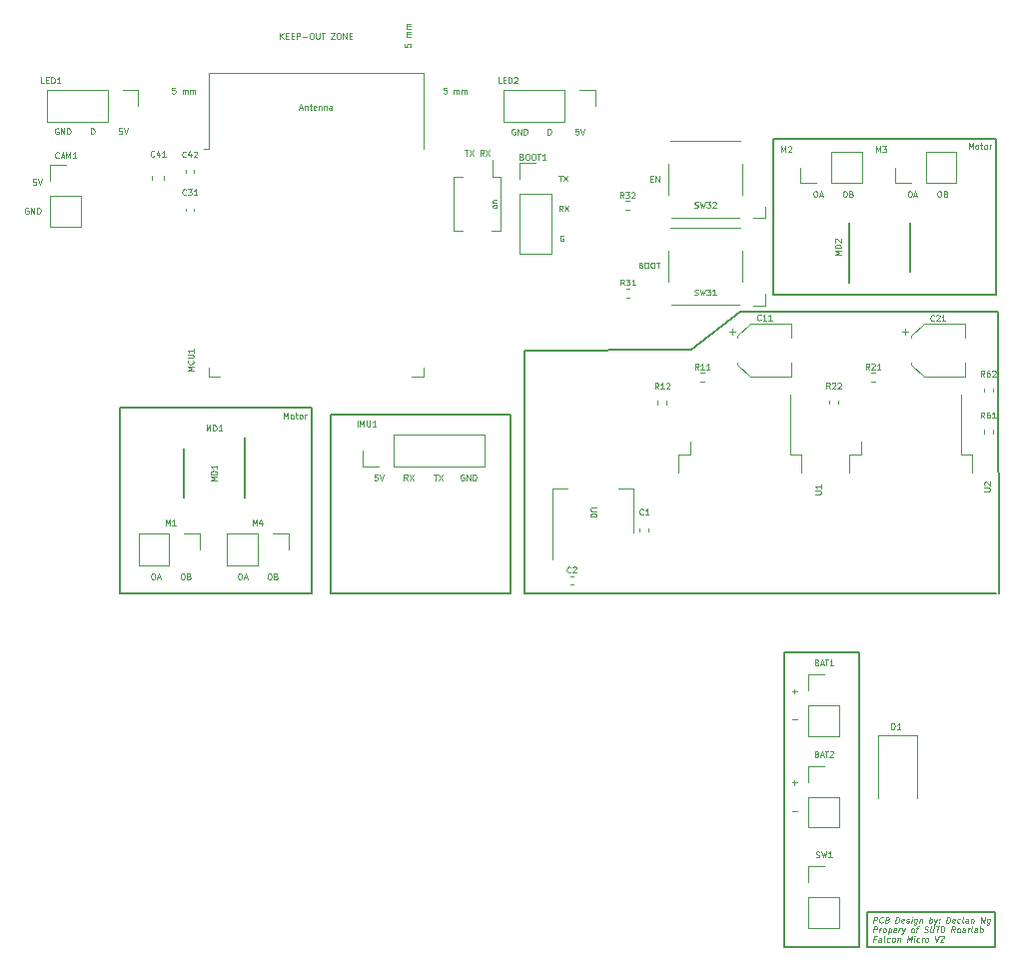
<source format=gbr>
%TF.GenerationSoftware,KiCad,Pcbnew,6.0.6-3a73a75311~116~ubuntu20.04.1*%
%TF.CreationDate,2022-07-05T17:12:33+08:00*%
%TF.ProjectId,ESP32_MAIN_V5,45535033-325f-44d4-9149-4e5f56352e6b,rev?*%
%TF.SameCoordinates,Original*%
%TF.FileFunction,Legend,Top*%
%TF.FilePolarity,Positive*%
%FSLAX46Y46*%
G04 Gerber Fmt 4.6, Leading zero omitted, Abs format (unit mm)*
G04 Created by KiCad (PCBNEW 6.0.6-3a73a75311~116~ubuntu20.04.1) date 2022-07-05 17:12:33*
%MOMM*%
%LPD*%
G01*
G04 APERTURE LIST*
%ADD10C,0.075000*%
%ADD11C,0.150000*%
%ADD12C,0.120000*%
G04 APERTURE END LIST*
D10*
X141597866Y-39494590D02*
X141431200Y-39256495D01*
X141312152Y-39494590D02*
X141312152Y-38994590D01*
X141502628Y-38994590D01*
X141550247Y-39018400D01*
X141574057Y-39042209D01*
X141597866Y-39089828D01*
X141597866Y-39161257D01*
X141574057Y-39208876D01*
X141550247Y-39232685D01*
X141502628Y-39256495D01*
X141312152Y-39256495D01*
X141764533Y-38994590D02*
X142097866Y-39494590D01*
X142097866Y-38994590D02*
X141764533Y-39494590D01*
X139979447Y-38994590D02*
X140265161Y-38994590D01*
X140122304Y-39494590D02*
X140122304Y-38994590D01*
X140384209Y-38994590D02*
X140717542Y-39494590D01*
X140717542Y-38994590D02*
X140384209Y-39494590D01*
D11*
X185216800Y-52730400D02*
X185216800Y-56083200D01*
X163322000Y-52730400D02*
X185216800Y-52730400D01*
X159207200Y-55981600D02*
X163322000Y-52730400D01*
X145034000Y-56007000D02*
X159207200Y-55981600D01*
D10*
X174617973Y-104530290D02*
X174680473Y-104030290D01*
X174870950Y-104030290D01*
X174915592Y-104054100D01*
X174936426Y-104077909D01*
X174954283Y-104125528D01*
X174945354Y-104196957D01*
X174915592Y-104244576D01*
X174888807Y-104268385D01*
X174838211Y-104292195D01*
X174647735Y-104292195D01*
X175409640Y-104482671D02*
X175382854Y-104506480D01*
X175308450Y-104530290D01*
X175260830Y-104530290D01*
X175192378Y-104506480D01*
X175150711Y-104458861D01*
X175132854Y-104411242D01*
X175120950Y-104316004D01*
X175129878Y-104244576D01*
X175165592Y-104149338D01*
X175195354Y-104101719D01*
X175248926Y-104054100D01*
X175323330Y-104030290D01*
X175370950Y-104030290D01*
X175439402Y-104054100D01*
X175460235Y-104077909D01*
X175817378Y-104268385D02*
X175885830Y-104292195D01*
X175906664Y-104316004D01*
X175924521Y-104363623D01*
X175915592Y-104435052D01*
X175885830Y-104482671D01*
X175859045Y-104506480D01*
X175808450Y-104530290D01*
X175617973Y-104530290D01*
X175680473Y-104030290D01*
X175847140Y-104030290D01*
X175891783Y-104054100D01*
X175912616Y-104077909D01*
X175930473Y-104125528D01*
X175924521Y-104173147D01*
X175894759Y-104220766D01*
X175867973Y-104244576D01*
X175817378Y-104268385D01*
X175650711Y-104268385D01*
X176498926Y-104530290D02*
X176561426Y-104030290D01*
X176680473Y-104030290D01*
X176748926Y-104054100D01*
X176790592Y-104101719D01*
X176808450Y-104149338D01*
X176820354Y-104244576D01*
X176811426Y-104316004D01*
X176775711Y-104411242D01*
X176745950Y-104458861D01*
X176692378Y-104506480D01*
X176617973Y-104530290D01*
X176498926Y-104530290D01*
X177192378Y-104506480D02*
X177141783Y-104530290D01*
X177046545Y-104530290D01*
X177001902Y-104506480D01*
X176984045Y-104458861D01*
X177007854Y-104268385D01*
X177037616Y-104220766D01*
X177088211Y-104196957D01*
X177183450Y-104196957D01*
X177228092Y-104220766D01*
X177245950Y-104268385D01*
X177239997Y-104316004D01*
X176995950Y-104363623D01*
X177406664Y-104506480D02*
X177451307Y-104530290D01*
X177546545Y-104530290D01*
X177597140Y-104506480D01*
X177626902Y-104458861D01*
X177629878Y-104435052D01*
X177612021Y-104387433D01*
X177567378Y-104363623D01*
X177495950Y-104363623D01*
X177451307Y-104339814D01*
X177433450Y-104292195D01*
X177436426Y-104268385D01*
X177466188Y-104220766D01*
X177516783Y-104196957D01*
X177588211Y-104196957D01*
X177632854Y-104220766D01*
X177832259Y-104530290D02*
X177873926Y-104196957D01*
X177894759Y-104030290D02*
X177867973Y-104054100D01*
X177888807Y-104077909D01*
X177915592Y-104054100D01*
X177894759Y-104030290D01*
X177888807Y-104077909D01*
X178326307Y-104196957D02*
X178275711Y-104601719D01*
X178245950Y-104649338D01*
X178219164Y-104673147D01*
X178168569Y-104696957D01*
X178097140Y-104696957D01*
X178052497Y-104673147D01*
X178287616Y-104506480D02*
X178237021Y-104530290D01*
X178141783Y-104530290D01*
X178097140Y-104506480D01*
X178076307Y-104482671D01*
X178058450Y-104435052D01*
X178076307Y-104292195D01*
X178106069Y-104244576D01*
X178132854Y-104220766D01*
X178183450Y-104196957D01*
X178278688Y-104196957D01*
X178323330Y-104220766D01*
X178564402Y-104196957D02*
X178522735Y-104530290D01*
X178558450Y-104244576D02*
X178585235Y-104220766D01*
X178635830Y-104196957D01*
X178707259Y-104196957D01*
X178751902Y-104220766D01*
X178769759Y-104268385D01*
X178737021Y-104530290D01*
X179356069Y-104530290D02*
X179418569Y-104030290D01*
X179394759Y-104220766D02*
X179445354Y-104196957D01*
X179540592Y-104196957D01*
X179585235Y-104220766D01*
X179606069Y-104244576D01*
X179623926Y-104292195D01*
X179606069Y-104435052D01*
X179576307Y-104482671D01*
X179549521Y-104506480D01*
X179498926Y-104530290D01*
X179403688Y-104530290D01*
X179359045Y-104506480D01*
X179802497Y-104196957D02*
X179879878Y-104530290D01*
X180040592Y-104196957D02*
X179879878Y-104530290D01*
X179817378Y-104649338D01*
X179790592Y-104673147D01*
X179739997Y-104696957D01*
X180195354Y-104482671D02*
X180216188Y-104506480D01*
X180189402Y-104530290D01*
X180168569Y-104506480D01*
X180195354Y-104482671D01*
X180189402Y-104530290D01*
X180228092Y-104220766D02*
X180248926Y-104244576D01*
X180222140Y-104268385D01*
X180201307Y-104244576D01*
X180228092Y-104220766D01*
X180222140Y-104268385D01*
X180808450Y-104530290D02*
X180870950Y-104030290D01*
X180989997Y-104030290D01*
X181058450Y-104054100D01*
X181100116Y-104101719D01*
X181117973Y-104149338D01*
X181129878Y-104244576D01*
X181120950Y-104316004D01*
X181085235Y-104411242D01*
X181055473Y-104458861D01*
X181001902Y-104506480D01*
X180927497Y-104530290D01*
X180808450Y-104530290D01*
X181501902Y-104506480D02*
X181451307Y-104530290D01*
X181356069Y-104530290D01*
X181311426Y-104506480D01*
X181293569Y-104458861D01*
X181317378Y-104268385D01*
X181347140Y-104220766D01*
X181397735Y-104196957D01*
X181492973Y-104196957D01*
X181537616Y-104220766D01*
X181555473Y-104268385D01*
X181549521Y-104316004D01*
X181305473Y-104363623D01*
X181954283Y-104506480D02*
X181903688Y-104530290D01*
X181808450Y-104530290D01*
X181763807Y-104506480D01*
X181742973Y-104482671D01*
X181725116Y-104435052D01*
X181742973Y-104292195D01*
X181772735Y-104244576D01*
X181799521Y-104220766D01*
X181850116Y-104196957D01*
X181945354Y-104196957D01*
X181989997Y-104220766D01*
X182237021Y-104530290D02*
X182192378Y-104506480D01*
X182174521Y-104458861D01*
X182228092Y-104030290D01*
X182641783Y-104530290D02*
X182674521Y-104268385D01*
X182656664Y-104220766D01*
X182612021Y-104196957D01*
X182516783Y-104196957D01*
X182466188Y-104220766D01*
X182644759Y-104506480D02*
X182594164Y-104530290D01*
X182475116Y-104530290D01*
X182430473Y-104506480D01*
X182412616Y-104458861D01*
X182418569Y-104411242D01*
X182448330Y-104363623D01*
X182498926Y-104339814D01*
X182617973Y-104339814D01*
X182668569Y-104316004D01*
X182921545Y-104196957D02*
X182879878Y-104530290D01*
X182915592Y-104244576D02*
X182942378Y-104220766D01*
X182992973Y-104196957D01*
X183064402Y-104196957D01*
X183109045Y-104220766D01*
X183126902Y-104268385D01*
X183094164Y-104530290D01*
X183713211Y-104530290D02*
X183775711Y-104030290D01*
X183998926Y-104530290D01*
X184061426Y-104030290D01*
X184492973Y-104196957D02*
X184442378Y-104601719D01*
X184412616Y-104649338D01*
X184385830Y-104673147D01*
X184335235Y-104696957D01*
X184263807Y-104696957D01*
X184219164Y-104673147D01*
X184454283Y-104506480D02*
X184403688Y-104530290D01*
X184308450Y-104530290D01*
X184263807Y-104506480D01*
X184242973Y-104482671D01*
X184225116Y-104435052D01*
X184242973Y-104292195D01*
X184272735Y-104244576D01*
X184299521Y-104220766D01*
X184350116Y-104196957D01*
X184445354Y-104196957D01*
X184489997Y-104220766D01*
X174617973Y-105335290D02*
X174680473Y-104835290D01*
X174870950Y-104835290D01*
X174915592Y-104859100D01*
X174936426Y-104882909D01*
X174954283Y-104930528D01*
X174945354Y-105001957D01*
X174915592Y-105049576D01*
X174888807Y-105073385D01*
X174838211Y-105097195D01*
X174647735Y-105097195D01*
X175117973Y-105335290D02*
X175159640Y-105001957D01*
X175147735Y-105097195D02*
X175177497Y-105049576D01*
X175204283Y-105025766D01*
X175254878Y-105001957D01*
X175302497Y-105001957D01*
X175498926Y-105335290D02*
X175454283Y-105311480D01*
X175433450Y-105287671D01*
X175415592Y-105240052D01*
X175433450Y-105097195D01*
X175463211Y-105049576D01*
X175489997Y-105025766D01*
X175540592Y-105001957D01*
X175612021Y-105001957D01*
X175656664Y-105025766D01*
X175677497Y-105049576D01*
X175695354Y-105097195D01*
X175677497Y-105240052D01*
X175647735Y-105287671D01*
X175620950Y-105311480D01*
X175570354Y-105335290D01*
X175498926Y-105335290D01*
X175921545Y-105001957D02*
X175859045Y-105501957D01*
X175918569Y-105025766D02*
X175969164Y-105001957D01*
X176064402Y-105001957D01*
X176109045Y-105025766D01*
X176129878Y-105049576D01*
X176147735Y-105097195D01*
X176129878Y-105240052D01*
X176100116Y-105287671D01*
X176073330Y-105311480D01*
X176022735Y-105335290D01*
X175927497Y-105335290D01*
X175882854Y-105311480D01*
X176525711Y-105311480D02*
X176475116Y-105335290D01*
X176379878Y-105335290D01*
X176335235Y-105311480D01*
X176317378Y-105263861D01*
X176341188Y-105073385D01*
X176370950Y-105025766D01*
X176421545Y-105001957D01*
X176516783Y-105001957D01*
X176561426Y-105025766D01*
X176579283Y-105073385D01*
X176573330Y-105121004D01*
X176329283Y-105168623D01*
X176760830Y-105335290D02*
X176802497Y-105001957D01*
X176790592Y-105097195D02*
X176820354Y-105049576D01*
X176847140Y-105025766D01*
X176897735Y-105001957D01*
X176945354Y-105001957D01*
X177064402Y-105001957D02*
X177141783Y-105335290D01*
X177302497Y-105001957D02*
X177141783Y-105335290D01*
X177079283Y-105454338D01*
X177052497Y-105478147D01*
X177001902Y-105501957D01*
X177903688Y-105335290D02*
X177859045Y-105311480D01*
X177838211Y-105287671D01*
X177820354Y-105240052D01*
X177838211Y-105097195D01*
X177867973Y-105049576D01*
X177894759Y-105025766D01*
X177945354Y-105001957D01*
X178016783Y-105001957D01*
X178061426Y-105025766D01*
X178082259Y-105049576D01*
X178100116Y-105097195D01*
X178082259Y-105240052D01*
X178052497Y-105287671D01*
X178025711Y-105311480D01*
X177975116Y-105335290D01*
X177903688Y-105335290D01*
X178254878Y-105001957D02*
X178445354Y-105001957D01*
X178284640Y-105335290D02*
X178338211Y-104906719D01*
X178367973Y-104859100D01*
X178418569Y-104835290D01*
X178466188Y-104835290D01*
X178930473Y-105311480D02*
X178998926Y-105335290D01*
X179117973Y-105335290D01*
X179168569Y-105311480D01*
X179195354Y-105287671D01*
X179225116Y-105240052D01*
X179231069Y-105192433D01*
X179213211Y-105144814D01*
X179192378Y-105121004D01*
X179147735Y-105097195D01*
X179055473Y-105073385D01*
X179010830Y-105049576D01*
X178989997Y-105025766D01*
X178972140Y-104978147D01*
X178978092Y-104930528D01*
X179007854Y-104882909D01*
X179034640Y-104859100D01*
X179085235Y-104835290D01*
X179204283Y-104835290D01*
X179272735Y-104859100D01*
X179489997Y-104835290D02*
X179439402Y-105240052D01*
X179457259Y-105287671D01*
X179478092Y-105311480D01*
X179522735Y-105335290D01*
X179617973Y-105335290D01*
X179668569Y-105311480D01*
X179695354Y-105287671D01*
X179725116Y-105240052D01*
X179775711Y-104835290D01*
X179942378Y-104835290D02*
X180228092Y-104835290D01*
X180022735Y-105335290D02*
X180085235Y-104835290D01*
X180332259Y-105335290D02*
X180394759Y-104835290D01*
X180513807Y-104835290D01*
X180582259Y-104859100D01*
X180623926Y-104906719D01*
X180641783Y-104954338D01*
X180653688Y-105049576D01*
X180644759Y-105121004D01*
X180609045Y-105216242D01*
X180579283Y-105263861D01*
X180525711Y-105311480D01*
X180451307Y-105335290D01*
X180332259Y-105335290D01*
X181498926Y-105335290D02*
X181362021Y-105097195D01*
X181213211Y-105335290D02*
X181275711Y-104835290D01*
X181466188Y-104835290D01*
X181510830Y-104859100D01*
X181531664Y-104882909D01*
X181549521Y-104930528D01*
X181540592Y-105001957D01*
X181510830Y-105049576D01*
X181484045Y-105073385D01*
X181433450Y-105097195D01*
X181242973Y-105097195D01*
X181784640Y-105335290D02*
X181739997Y-105311480D01*
X181719164Y-105287671D01*
X181701307Y-105240052D01*
X181719164Y-105097195D01*
X181748926Y-105049576D01*
X181775711Y-105025766D01*
X181826307Y-105001957D01*
X181897735Y-105001957D01*
X181942378Y-105025766D01*
X181963211Y-105049576D01*
X181981069Y-105097195D01*
X181963211Y-105240052D01*
X181933450Y-105287671D01*
X181906664Y-105311480D01*
X181856069Y-105335290D01*
X181784640Y-105335290D01*
X182379878Y-105335290D02*
X182412616Y-105073385D01*
X182394759Y-105025766D01*
X182350116Y-105001957D01*
X182254878Y-105001957D01*
X182204283Y-105025766D01*
X182382854Y-105311480D02*
X182332259Y-105335290D01*
X182213211Y-105335290D01*
X182168569Y-105311480D01*
X182150711Y-105263861D01*
X182156664Y-105216242D01*
X182186426Y-105168623D01*
X182237021Y-105144814D01*
X182356069Y-105144814D01*
X182406664Y-105121004D01*
X182617973Y-105335290D02*
X182659640Y-105001957D01*
X182647735Y-105097195D02*
X182677497Y-105049576D01*
X182704283Y-105025766D01*
X182754878Y-105001957D01*
X182802497Y-105001957D01*
X182998926Y-105335290D02*
X182954283Y-105311480D01*
X182936426Y-105263861D01*
X182989997Y-104835290D01*
X183403688Y-105335290D02*
X183436426Y-105073385D01*
X183418569Y-105025766D01*
X183373926Y-105001957D01*
X183278688Y-105001957D01*
X183228092Y-105025766D01*
X183406664Y-105311480D02*
X183356069Y-105335290D01*
X183237021Y-105335290D01*
X183192378Y-105311480D01*
X183174521Y-105263861D01*
X183180473Y-105216242D01*
X183210235Y-105168623D01*
X183260830Y-105144814D01*
X183379878Y-105144814D01*
X183430473Y-105121004D01*
X183641783Y-105335290D02*
X183704283Y-104835290D01*
X183680473Y-105025766D02*
X183731069Y-105001957D01*
X183826307Y-105001957D01*
X183870950Y-105025766D01*
X183891783Y-105049576D01*
X183909640Y-105097195D01*
X183891783Y-105240052D01*
X183862021Y-105287671D01*
X183835235Y-105311480D01*
X183784640Y-105335290D01*
X183689402Y-105335290D01*
X183644759Y-105311480D01*
X174817378Y-105878385D02*
X174650711Y-105878385D01*
X174617973Y-106140290D02*
X174680473Y-105640290D01*
X174918569Y-105640290D01*
X175260830Y-106140290D02*
X175293569Y-105878385D01*
X175275711Y-105830766D01*
X175231069Y-105806957D01*
X175135830Y-105806957D01*
X175085235Y-105830766D01*
X175263807Y-106116480D02*
X175213211Y-106140290D01*
X175094164Y-106140290D01*
X175049521Y-106116480D01*
X175031664Y-106068861D01*
X175037616Y-106021242D01*
X175067378Y-105973623D01*
X175117973Y-105949814D01*
X175237021Y-105949814D01*
X175287616Y-105926004D01*
X175570354Y-106140290D02*
X175525711Y-106116480D01*
X175507854Y-106068861D01*
X175561426Y-105640290D01*
X175978092Y-106116480D02*
X175927497Y-106140290D01*
X175832259Y-106140290D01*
X175787616Y-106116480D01*
X175766783Y-106092671D01*
X175748926Y-106045052D01*
X175766783Y-105902195D01*
X175796545Y-105854576D01*
X175823330Y-105830766D01*
X175873926Y-105806957D01*
X175969164Y-105806957D01*
X176013807Y-105830766D01*
X176260830Y-106140290D02*
X176216188Y-106116480D01*
X176195354Y-106092671D01*
X176177497Y-106045052D01*
X176195354Y-105902195D01*
X176225116Y-105854576D01*
X176251902Y-105830766D01*
X176302497Y-105806957D01*
X176373926Y-105806957D01*
X176418569Y-105830766D01*
X176439402Y-105854576D01*
X176457259Y-105902195D01*
X176439402Y-106045052D01*
X176409640Y-106092671D01*
X176382854Y-106116480D01*
X176332259Y-106140290D01*
X176260830Y-106140290D01*
X176683450Y-105806957D02*
X176641783Y-106140290D01*
X176677497Y-105854576D02*
X176704283Y-105830766D01*
X176754878Y-105806957D01*
X176826307Y-105806957D01*
X176870950Y-105830766D01*
X176888807Y-105878385D01*
X176856069Y-106140290D01*
X177475116Y-106140290D02*
X177537616Y-105640290D01*
X177659640Y-105997433D01*
X177870950Y-105640290D01*
X177808450Y-106140290D01*
X178046545Y-106140290D02*
X178088211Y-105806957D01*
X178109045Y-105640290D02*
X178082259Y-105664100D01*
X178103092Y-105687909D01*
X178129878Y-105664100D01*
X178109045Y-105640290D01*
X178103092Y-105687909D01*
X178501902Y-106116480D02*
X178451307Y-106140290D01*
X178356069Y-106140290D01*
X178311426Y-106116480D01*
X178290592Y-106092671D01*
X178272735Y-106045052D01*
X178290592Y-105902195D01*
X178320354Y-105854576D01*
X178347140Y-105830766D01*
X178397735Y-105806957D01*
X178492973Y-105806957D01*
X178537616Y-105830766D01*
X178713211Y-106140290D02*
X178754878Y-105806957D01*
X178742973Y-105902195D02*
X178772735Y-105854576D01*
X178799521Y-105830766D01*
X178850116Y-105806957D01*
X178897735Y-105806957D01*
X179094164Y-106140290D02*
X179049521Y-106116480D01*
X179028688Y-106092671D01*
X179010830Y-106045052D01*
X179028688Y-105902195D01*
X179058450Y-105854576D01*
X179085235Y-105830766D01*
X179135830Y-105806957D01*
X179207259Y-105806957D01*
X179251902Y-105830766D01*
X179272735Y-105854576D01*
X179290592Y-105902195D01*
X179272735Y-106045052D01*
X179242973Y-106092671D01*
X179216188Y-106116480D01*
X179165592Y-106140290D01*
X179094164Y-106140290D01*
X179847140Y-105640290D02*
X179951307Y-106140290D01*
X180180473Y-105640290D01*
X180317378Y-105687909D02*
X180344164Y-105664100D01*
X180394759Y-105640290D01*
X180513807Y-105640290D01*
X180558450Y-105664100D01*
X180579283Y-105687909D01*
X180597140Y-105735528D01*
X180591188Y-105783147D01*
X180558450Y-105854576D01*
X180237021Y-106140290D01*
X180546545Y-106140290D01*
D11*
X174091600Y-103581200D02*
X184962800Y-103581200D01*
X184962800Y-103581200D02*
X184962800Y-106578400D01*
X184962800Y-106578400D02*
X174091600Y-106578400D01*
X174091600Y-106578400D02*
X174091600Y-103581200D01*
X167081200Y-81584800D02*
X173431200Y-81584800D01*
X173431200Y-81584800D02*
X173431200Y-106578400D01*
X173431200Y-106578400D02*
X167081200Y-106578400D01*
X167081200Y-106578400D02*
X167081200Y-81584800D01*
D10*
X149612361Y-37216590D02*
X149374266Y-37216590D01*
X149350457Y-37454685D01*
X149374266Y-37430876D01*
X149421885Y-37407066D01*
X149540933Y-37407066D01*
X149588552Y-37430876D01*
X149612361Y-37454685D01*
X149636171Y-37502304D01*
X149636171Y-37621352D01*
X149612361Y-37668971D01*
X149588552Y-37692780D01*
X149540933Y-37716590D01*
X149421885Y-37716590D01*
X149374266Y-37692780D01*
X149350457Y-37668971D01*
X149779028Y-37216590D02*
X149945695Y-37716590D01*
X150112361Y-37216590D01*
X144246647Y-37240400D02*
X144199028Y-37216590D01*
X144127600Y-37216590D01*
X144056171Y-37240400D01*
X144008552Y-37288019D01*
X143984742Y-37335638D01*
X143960933Y-37430876D01*
X143960933Y-37502304D01*
X143984742Y-37597542D01*
X144008552Y-37645161D01*
X144056171Y-37692780D01*
X144127600Y-37716590D01*
X144175219Y-37716590D01*
X144246647Y-37692780D01*
X144270457Y-37668971D01*
X144270457Y-37502304D01*
X144175219Y-37502304D01*
X144484742Y-37716590D02*
X144484742Y-37216590D01*
X144770457Y-37716590D01*
X144770457Y-37216590D01*
X145008552Y-37716590D02*
X145008552Y-37216590D01*
X145127600Y-37216590D01*
X145199028Y-37240400D01*
X145246647Y-37288019D01*
X145270457Y-37335638D01*
X145294266Y-37430876D01*
X145294266Y-37502304D01*
X145270457Y-37597542D01*
X145246647Y-37645161D01*
X145199028Y-37692780D01*
X145127600Y-37716590D01*
X145008552Y-37716590D01*
X147036647Y-37716590D02*
X147036647Y-37216590D01*
X147155695Y-37216590D01*
X147227123Y-37240400D01*
X147274742Y-37288019D01*
X147298552Y-37335638D01*
X147322361Y-37430876D01*
X147322361Y-37502304D01*
X147298552Y-37597542D01*
X147274742Y-37645161D01*
X147227123Y-37692780D01*
X147155695Y-37716590D01*
X147036647Y-37716590D01*
X148365352Y-46282800D02*
X148317733Y-46258990D01*
X148246304Y-46258990D01*
X148174876Y-46282800D01*
X148127257Y-46330419D01*
X148103447Y-46378038D01*
X148079638Y-46473276D01*
X148079638Y-46544704D01*
X148103447Y-46639942D01*
X148127257Y-46687561D01*
X148174876Y-46735180D01*
X148246304Y-46758990D01*
X148293923Y-46758990D01*
X148365352Y-46735180D01*
X148389161Y-46711371D01*
X148389161Y-46544704D01*
X148293923Y-46544704D01*
X148303466Y-44218990D02*
X148136800Y-43980895D01*
X148017752Y-44218990D02*
X148017752Y-43718990D01*
X148208228Y-43718990D01*
X148255847Y-43742800D01*
X148279657Y-43766609D01*
X148303466Y-43814228D01*
X148303466Y-43885657D01*
X148279657Y-43933276D01*
X148255847Y-43957085D01*
X148208228Y-43980895D01*
X148017752Y-43980895D01*
X148470133Y-43718990D02*
X148803466Y-44218990D01*
X148803466Y-43718990D02*
X148470133Y-44218990D01*
X147955047Y-41178990D02*
X148240761Y-41178990D01*
X148097904Y-41678990D02*
X148097904Y-41178990D01*
X148359809Y-41178990D02*
X148693142Y-41678990D01*
X148693142Y-41178990D02*
X148359809Y-41678990D01*
D11*
X185267600Y-76568300D02*
X185216800Y-55981600D01*
X145034000Y-61468000D02*
X145034000Y-76581000D01*
X145034000Y-56007000D02*
X145034000Y-61468000D01*
X145034000Y-76581000D02*
X185039000Y-76581000D01*
X110744000Y-60833000D02*
X127000000Y-60833000D01*
X127000000Y-60833000D02*
X127000000Y-76581000D01*
X127000000Y-76581000D02*
X110744000Y-76581000D01*
X110744000Y-76581000D02*
X110744000Y-60833000D01*
X128625600Y-61468000D02*
X143865600Y-61468000D01*
X143865600Y-61468000D02*
X143865600Y-76581000D01*
X143865600Y-76581000D02*
X128625600Y-76581000D01*
X128625600Y-76581000D02*
X128625600Y-61468000D01*
X166116000Y-38100000D02*
X185039000Y-38100000D01*
X185039000Y-38100000D02*
X185039000Y-51308000D01*
X185039000Y-51308000D02*
X166116000Y-51308000D01*
X166116000Y-51308000D02*
X166116000Y-38100000D01*
D10*
X132584361Y-66528190D02*
X132346266Y-66528190D01*
X132322457Y-66766285D01*
X132346266Y-66742476D01*
X132393885Y-66718666D01*
X132512933Y-66718666D01*
X132560552Y-66742476D01*
X132584361Y-66766285D01*
X132608171Y-66813904D01*
X132608171Y-66932952D01*
X132584361Y-66980571D01*
X132560552Y-67004380D01*
X132512933Y-67028190D01*
X132393885Y-67028190D01*
X132346266Y-67004380D01*
X132322457Y-66980571D01*
X132751028Y-66528190D02*
X132917695Y-67028190D01*
X133084361Y-66528190D01*
X167754323Y-87314885D02*
X168135276Y-87314885D01*
X113530095Y-74910190D02*
X113625333Y-74910190D01*
X113672952Y-74934000D01*
X113720571Y-74981619D01*
X113744380Y-75076857D01*
X113744380Y-75243523D01*
X113720571Y-75338761D01*
X113672952Y-75386380D01*
X113625333Y-75410190D01*
X113530095Y-75410190D01*
X113482476Y-75386380D01*
X113434857Y-75338761D01*
X113411047Y-75243523D01*
X113411047Y-75076857D01*
X113434857Y-74981619D01*
X113482476Y-74934000D01*
X113530095Y-74910190D01*
X113934857Y-75267333D02*
X114172952Y-75267333D01*
X113887238Y-75410190D02*
X114053904Y-74910190D01*
X114220571Y-75410190D01*
X108327047Y-37691190D02*
X108327047Y-37191190D01*
X108446095Y-37191190D01*
X108517523Y-37215000D01*
X108565142Y-37262619D01*
X108588952Y-37310238D01*
X108612761Y-37405476D01*
X108612761Y-37476904D01*
X108588952Y-37572142D01*
X108565142Y-37619761D01*
X108517523Y-37667380D01*
X108446095Y-37691190D01*
X108327047Y-37691190D01*
X169664095Y-42525190D02*
X169759333Y-42525190D01*
X169806952Y-42549000D01*
X169854571Y-42596619D01*
X169878380Y-42691857D01*
X169878380Y-42858523D01*
X169854571Y-42953761D01*
X169806952Y-43001380D01*
X169759333Y-43025190D01*
X169664095Y-43025190D01*
X169616476Y-43001380D01*
X169568857Y-42953761D01*
X169545047Y-42858523D01*
X169545047Y-42691857D01*
X169568857Y-42596619D01*
X169616476Y-42549000D01*
X169664095Y-42525190D01*
X170068857Y-42882333D02*
X170306952Y-42882333D01*
X170021238Y-43025190D02*
X170187904Y-42525190D01*
X170354571Y-43025190D01*
X120896095Y-74910190D02*
X120991333Y-74910190D01*
X121038952Y-74934000D01*
X121086571Y-74981619D01*
X121110380Y-75076857D01*
X121110380Y-75243523D01*
X121086571Y-75338761D01*
X121038952Y-75386380D01*
X120991333Y-75410190D01*
X120896095Y-75410190D01*
X120848476Y-75386380D01*
X120800857Y-75338761D01*
X120777047Y-75243523D01*
X120777047Y-75076857D01*
X120800857Y-74981619D01*
X120848476Y-74934000D01*
X120896095Y-74910190D01*
X121300857Y-75267333D02*
X121538952Y-75267333D01*
X121253238Y-75410190D02*
X121419904Y-74910190D01*
X121586571Y-75410190D01*
X123400380Y-74910190D02*
X123495619Y-74910190D01*
X123543238Y-74934000D01*
X123590857Y-74981619D01*
X123614666Y-75076857D01*
X123614666Y-75243523D01*
X123590857Y-75338761D01*
X123543238Y-75386380D01*
X123495619Y-75410190D01*
X123400380Y-75410190D01*
X123352761Y-75386380D01*
X123305142Y-75338761D01*
X123281333Y-75243523D01*
X123281333Y-75076857D01*
X123305142Y-74981619D01*
X123352761Y-74934000D01*
X123400380Y-74910190D01*
X123995619Y-75148285D02*
X124067047Y-75172095D01*
X124090857Y-75195904D01*
X124114666Y-75243523D01*
X124114666Y-75314952D01*
X124090857Y-75362571D01*
X124067047Y-75386380D01*
X124019428Y-75410190D01*
X123828952Y-75410190D01*
X123828952Y-74910190D01*
X123995619Y-74910190D01*
X124043238Y-74934000D01*
X124067047Y-74957809D01*
X124090857Y-75005428D01*
X124090857Y-75053047D01*
X124067047Y-75100666D01*
X124043238Y-75124476D01*
X123995619Y-75148285D01*
X123828952Y-75148285D01*
X105537047Y-37215000D02*
X105489428Y-37191190D01*
X105418000Y-37191190D01*
X105346571Y-37215000D01*
X105298952Y-37262619D01*
X105275142Y-37310238D01*
X105251333Y-37405476D01*
X105251333Y-37476904D01*
X105275142Y-37572142D01*
X105298952Y-37619761D01*
X105346571Y-37667380D01*
X105418000Y-37691190D01*
X105465619Y-37691190D01*
X105537047Y-37667380D01*
X105560857Y-37643571D01*
X105560857Y-37476904D01*
X105465619Y-37476904D01*
X105775142Y-37691190D02*
X105775142Y-37191190D01*
X106060857Y-37691190D01*
X106060857Y-37191190D01*
X106298952Y-37691190D02*
X106298952Y-37191190D01*
X106418000Y-37191190D01*
X106489428Y-37215000D01*
X106537047Y-37262619D01*
X106560857Y-37310238D01*
X106584666Y-37405476D01*
X106584666Y-37476904D01*
X106560857Y-37572142D01*
X106537047Y-37619761D01*
X106489428Y-37667380D01*
X106418000Y-37691190D01*
X106298952Y-37691190D01*
X103663761Y-41509190D02*
X103425666Y-41509190D01*
X103401857Y-41747285D01*
X103425666Y-41723476D01*
X103473285Y-41699666D01*
X103592333Y-41699666D01*
X103639952Y-41723476D01*
X103663761Y-41747285D01*
X103687571Y-41794904D01*
X103687571Y-41913952D01*
X103663761Y-41961571D01*
X103639952Y-41985380D01*
X103592333Y-42009190D01*
X103473285Y-42009190D01*
X103425666Y-41985380D01*
X103401857Y-41961571D01*
X103830428Y-41509190D02*
X103997095Y-42009190D01*
X104163761Y-41509190D01*
X137378647Y-66528190D02*
X137664361Y-66528190D01*
X137521504Y-67028190D02*
X137521504Y-66528190D01*
X137783409Y-66528190D02*
X138116742Y-67028190D01*
X138116742Y-66528190D02*
X137783409Y-67028190D01*
X167754323Y-92648885D02*
X168135276Y-92648885D01*
X167944800Y-92458409D02*
X167944800Y-92839361D01*
X124686333Y-61799690D02*
X124686333Y-61299690D01*
X124853000Y-61656833D01*
X125019666Y-61299690D01*
X125019666Y-61799690D01*
X125329190Y-61799690D02*
X125281571Y-61775880D01*
X125257761Y-61752071D01*
X125233952Y-61704452D01*
X125233952Y-61561595D01*
X125257761Y-61513976D01*
X125281571Y-61490166D01*
X125329190Y-61466357D01*
X125400619Y-61466357D01*
X125448238Y-61490166D01*
X125472047Y-61513976D01*
X125495857Y-61561595D01*
X125495857Y-61704452D01*
X125472047Y-61752071D01*
X125448238Y-61775880D01*
X125400619Y-61799690D01*
X125329190Y-61799690D01*
X125638714Y-61466357D02*
X125829190Y-61466357D01*
X125710142Y-61299690D02*
X125710142Y-61728261D01*
X125733952Y-61775880D01*
X125781571Y-61799690D01*
X125829190Y-61799690D01*
X126067285Y-61799690D02*
X126019666Y-61775880D01*
X125995857Y-61752071D01*
X125972047Y-61704452D01*
X125972047Y-61561595D01*
X125995857Y-61513976D01*
X126019666Y-61490166D01*
X126067285Y-61466357D01*
X126138714Y-61466357D01*
X126186333Y-61490166D01*
X126210142Y-61513976D01*
X126233952Y-61561595D01*
X126233952Y-61704452D01*
X126210142Y-61752071D01*
X126186333Y-61775880D01*
X126138714Y-61799690D01*
X126067285Y-61799690D01*
X126448238Y-61799690D02*
X126448238Y-61466357D01*
X126448238Y-61561595D02*
X126472047Y-61513976D01*
X126495857Y-61490166D01*
X126543476Y-61466357D01*
X126591095Y-61466357D01*
X167754323Y-95061885D02*
X168135276Y-95061885D01*
X180169380Y-42525190D02*
X180264619Y-42525190D01*
X180312238Y-42549000D01*
X180359857Y-42596619D01*
X180383666Y-42691857D01*
X180383666Y-42858523D01*
X180359857Y-42953761D01*
X180312238Y-43001380D01*
X180264619Y-43025190D01*
X180169380Y-43025190D01*
X180121761Y-43001380D01*
X180074142Y-42953761D01*
X180050333Y-42858523D01*
X180050333Y-42691857D01*
X180074142Y-42596619D01*
X180121761Y-42549000D01*
X180169380Y-42525190D01*
X180764619Y-42763285D02*
X180836047Y-42787095D01*
X180859857Y-42810904D01*
X180883666Y-42858523D01*
X180883666Y-42929952D01*
X180859857Y-42977571D01*
X180836047Y-43001380D01*
X180788428Y-43025190D01*
X180597952Y-43025190D01*
X180597952Y-42525190D01*
X180764619Y-42525190D01*
X180812238Y-42549000D01*
X180836047Y-42572809D01*
X180859857Y-42620428D01*
X180859857Y-42668047D01*
X180836047Y-42715666D01*
X180812238Y-42739476D01*
X180764619Y-42763285D01*
X180597952Y-42763285D01*
X182725333Y-38939690D02*
X182725333Y-38439690D01*
X182892000Y-38796833D01*
X183058666Y-38439690D01*
X183058666Y-38939690D01*
X183368190Y-38939690D02*
X183320571Y-38915880D01*
X183296761Y-38892071D01*
X183272952Y-38844452D01*
X183272952Y-38701595D01*
X183296761Y-38653976D01*
X183320571Y-38630166D01*
X183368190Y-38606357D01*
X183439619Y-38606357D01*
X183487238Y-38630166D01*
X183511047Y-38653976D01*
X183534857Y-38701595D01*
X183534857Y-38844452D01*
X183511047Y-38892071D01*
X183487238Y-38915880D01*
X183439619Y-38939690D01*
X183368190Y-38939690D01*
X183677714Y-38606357D02*
X183868190Y-38606357D01*
X183749142Y-38439690D02*
X183749142Y-38868261D01*
X183772952Y-38915880D01*
X183820571Y-38939690D01*
X183868190Y-38939690D01*
X184106285Y-38939690D02*
X184058666Y-38915880D01*
X184034857Y-38892071D01*
X184011047Y-38844452D01*
X184011047Y-38701595D01*
X184034857Y-38653976D01*
X184058666Y-38630166D01*
X184106285Y-38606357D01*
X184177714Y-38606357D01*
X184225333Y-38630166D01*
X184249142Y-38653976D01*
X184272952Y-38701595D01*
X184272952Y-38844452D01*
X184249142Y-38892071D01*
X184225333Y-38915880D01*
X184177714Y-38939690D01*
X184106285Y-38939690D01*
X184487238Y-38939690D02*
X184487238Y-38606357D01*
X184487238Y-38701595D02*
X184511047Y-38653976D01*
X184534857Y-38630166D01*
X184582476Y-38606357D01*
X184630095Y-38606357D01*
X172168380Y-42525190D02*
X172263619Y-42525190D01*
X172311238Y-42549000D01*
X172358857Y-42596619D01*
X172382666Y-42691857D01*
X172382666Y-42858523D01*
X172358857Y-42953761D01*
X172311238Y-43001380D01*
X172263619Y-43025190D01*
X172168380Y-43025190D01*
X172120761Y-43001380D01*
X172073142Y-42953761D01*
X172049333Y-42858523D01*
X172049333Y-42691857D01*
X172073142Y-42596619D01*
X172120761Y-42549000D01*
X172168380Y-42525190D01*
X172763619Y-42763285D02*
X172835047Y-42787095D01*
X172858857Y-42810904D01*
X172882666Y-42858523D01*
X172882666Y-42929952D01*
X172858857Y-42977571D01*
X172835047Y-43001380D01*
X172787428Y-43025190D01*
X172596952Y-43025190D01*
X172596952Y-42525190D01*
X172763619Y-42525190D01*
X172811238Y-42549000D01*
X172835047Y-42572809D01*
X172858857Y-42620428D01*
X172858857Y-42668047D01*
X172835047Y-42715666D01*
X172811238Y-42739476D01*
X172763619Y-42763285D01*
X172596952Y-42763285D01*
X116034380Y-74910190D02*
X116129619Y-74910190D01*
X116177238Y-74934000D01*
X116224857Y-74981619D01*
X116248666Y-75076857D01*
X116248666Y-75243523D01*
X116224857Y-75338761D01*
X116177238Y-75386380D01*
X116129619Y-75410190D01*
X116034380Y-75410190D01*
X115986761Y-75386380D01*
X115939142Y-75338761D01*
X115915333Y-75243523D01*
X115915333Y-75076857D01*
X115939142Y-74981619D01*
X115986761Y-74934000D01*
X116034380Y-74910190D01*
X116629619Y-75148285D02*
X116701047Y-75172095D01*
X116724857Y-75195904D01*
X116748666Y-75243523D01*
X116748666Y-75314952D01*
X116724857Y-75362571D01*
X116701047Y-75386380D01*
X116653428Y-75410190D01*
X116462952Y-75410190D01*
X116462952Y-74910190D01*
X116629619Y-74910190D01*
X116677238Y-74934000D01*
X116701047Y-74957809D01*
X116724857Y-75005428D01*
X116724857Y-75053047D01*
X116701047Y-75100666D01*
X116677238Y-75124476D01*
X116629619Y-75148285D01*
X116462952Y-75148285D01*
X110902761Y-37191190D02*
X110664666Y-37191190D01*
X110640857Y-37429285D01*
X110664666Y-37405476D01*
X110712285Y-37381666D01*
X110831333Y-37381666D01*
X110878952Y-37405476D01*
X110902761Y-37429285D01*
X110926571Y-37476904D01*
X110926571Y-37595952D01*
X110902761Y-37643571D01*
X110878952Y-37667380D01*
X110831333Y-37691190D01*
X110712285Y-37691190D01*
X110664666Y-37667380D01*
X110640857Y-37643571D01*
X111069428Y-37191190D02*
X111236095Y-37691190D01*
X111402761Y-37191190D01*
X167754323Y-84901885D02*
X168135276Y-84901885D01*
X167944800Y-84711409D02*
X167944800Y-85092361D01*
X102997047Y-43946000D02*
X102949428Y-43922190D01*
X102878000Y-43922190D01*
X102806571Y-43946000D01*
X102758952Y-43993619D01*
X102735142Y-44041238D01*
X102711333Y-44136476D01*
X102711333Y-44207904D01*
X102735142Y-44303142D01*
X102758952Y-44350761D01*
X102806571Y-44398380D01*
X102878000Y-44422190D01*
X102925619Y-44422190D01*
X102997047Y-44398380D01*
X103020857Y-44374571D01*
X103020857Y-44207904D01*
X102925619Y-44207904D01*
X103235142Y-44422190D02*
X103235142Y-43922190D01*
X103520857Y-44422190D01*
X103520857Y-43922190D01*
X103758952Y-44422190D02*
X103758952Y-43922190D01*
X103878000Y-43922190D01*
X103949428Y-43946000D01*
X103997047Y-43993619D01*
X104020857Y-44041238D01*
X104044666Y-44136476D01*
X104044666Y-44207904D01*
X104020857Y-44303142D01*
X103997047Y-44350761D01*
X103949428Y-44398380D01*
X103878000Y-44422190D01*
X103758952Y-44422190D01*
X154921828Y-48783085D02*
X154993257Y-48806895D01*
X155017066Y-48830704D01*
X155040876Y-48878323D01*
X155040876Y-48949752D01*
X155017066Y-48997371D01*
X154993257Y-49021180D01*
X154945638Y-49044990D01*
X154755161Y-49044990D01*
X154755161Y-48544990D01*
X154921828Y-48544990D01*
X154969447Y-48568800D01*
X154993257Y-48592609D01*
X155017066Y-48640228D01*
X155017066Y-48687847D01*
X154993257Y-48735466D01*
X154969447Y-48759276D01*
X154921828Y-48783085D01*
X154755161Y-48783085D01*
X155350400Y-48544990D02*
X155445638Y-48544990D01*
X155493257Y-48568800D01*
X155540876Y-48616419D01*
X155564685Y-48711657D01*
X155564685Y-48878323D01*
X155540876Y-48973561D01*
X155493257Y-49021180D01*
X155445638Y-49044990D01*
X155350400Y-49044990D01*
X155302780Y-49021180D01*
X155255161Y-48973561D01*
X155231352Y-48878323D01*
X155231352Y-48711657D01*
X155255161Y-48616419D01*
X155302780Y-48568800D01*
X155350400Y-48544990D01*
X155874209Y-48544990D02*
X155969447Y-48544990D01*
X156017066Y-48568800D01*
X156064685Y-48616419D01*
X156088495Y-48711657D01*
X156088495Y-48878323D01*
X156064685Y-48973561D01*
X156017066Y-49021180D01*
X155969447Y-49044990D01*
X155874209Y-49044990D01*
X155826590Y-49021180D01*
X155778971Y-48973561D01*
X155755161Y-48878323D01*
X155755161Y-48711657D01*
X155778971Y-48616419D01*
X155826590Y-48568800D01*
X155874209Y-48544990D01*
X156231352Y-48544990D02*
X156517066Y-48544990D01*
X156374209Y-49044990D02*
X156374209Y-48544990D01*
X139918647Y-66552000D02*
X139871028Y-66528190D01*
X139799600Y-66528190D01*
X139728171Y-66552000D01*
X139680552Y-66599619D01*
X139656742Y-66647238D01*
X139632933Y-66742476D01*
X139632933Y-66813904D01*
X139656742Y-66909142D01*
X139680552Y-66956761D01*
X139728171Y-67004380D01*
X139799600Y-67028190D01*
X139847219Y-67028190D01*
X139918647Y-67004380D01*
X139942457Y-66980571D01*
X139942457Y-66813904D01*
X139847219Y-66813904D01*
X140156742Y-67028190D02*
X140156742Y-66528190D01*
X140442457Y-67028190D01*
X140442457Y-66528190D01*
X140680552Y-67028190D02*
X140680552Y-66528190D01*
X140799600Y-66528190D01*
X140871028Y-66552000D01*
X140918647Y-66599619D01*
X140942457Y-66647238D01*
X140966266Y-66742476D01*
X140966266Y-66813904D01*
X140942457Y-66909142D01*
X140918647Y-66956761D01*
X140871028Y-67004380D01*
X140799600Y-67028190D01*
X140680552Y-67028190D01*
X135136266Y-67028190D02*
X134969600Y-66790095D01*
X134850552Y-67028190D02*
X134850552Y-66528190D01*
X135041028Y-66528190D01*
X135088647Y-66552000D01*
X135112457Y-66575809D01*
X135136266Y-66623428D01*
X135136266Y-66694857D01*
X135112457Y-66742476D01*
X135088647Y-66766285D01*
X135041028Y-66790095D01*
X134850552Y-66790095D01*
X135302933Y-66528190D02*
X135636266Y-67028190D01*
X135636266Y-66528190D02*
X135302933Y-67028190D01*
X155707543Y-41493285D02*
X155874210Y-41493285D01*
X155945638Y-41755190D02*
X155707543Y-41755190D01*
X155707543Y-41255190D01*
X155945638Y-41255190D01*
X156159924Y-41755190D02*
X156159924Y-41255190D01*
X156445638Y-41755190D01*
X156445638Y-41255190D01*
X177665095Y-42525190D02*
X177760333Y-42525190D01*
X177807952Y-42549000D01*
X177855571Y-42596619D01*
X177879380Y-42691857D01*
X177879380Y-42858523D01*
X177855571Y-42953761D01*
X177807952Y-43001380D01*
X177760333Y-43025190D01*
X177665095Y-43025190D01*
X177617476Y-43001380D01*
X177569857Y-42953761D01*
X177546047Y-42858523D01*
X177546047Y-42691857D01*
X177569857Y-42596619D01*
X177617476Y-42549000D01*
X177665095Y-42525190D01*
X178069857Y-42882333D02*
X178307952Y-42882333D01*
X178022238Y-43025190D02*
X178188904Y-42525190D01*
X178355571Y-43025190D01*
%TO.C,SW33*%
X142720190Y-43848304D02*
X142696380Y-43895923D01*
X142672571Y-43919733D01*
X142624952Y-43943542D01*
X142482095Y-43943542D01*
X142434476Y-43919733D01*
X142410666Y-43895923D01*
X142386857Y-43848304D01*
X142386857Y-43776876D01*
X142410666Y-43729257D01*
X142434476Y-43705447D01*
X142482095Y-43681638D01*
X142624952Y-43681638D01*
X142672571Y-43705447D01*
X142696380Y-43729257D01*
X142720190Y-43776876D01*
X142720190Y-43848304D01*
X142386857Y-43467352D02*
X142720190Y-43467352D01*
X142434476Y-43467352D02*
X142410666Y-43443542D01*
X142386857Y-43395923D01*
X142386857Y-43324495D01*
X142410666Y-43276876D01*
X142458285Y-43253066D01*
X142720190Y-43253066D01*
%TO.C,BOOT1*%
X144828533Y-39588285D02*
X144899961Y-39612095D01*
X144923771Y-39635904D01*
X144947580Y-39683523D01*
X144947580Y-39754952D01*
X144923771Y-39802571D01*
X144899961Y-39826380D01*
X144852342Y-39850190D01*
X144661866Y-39850190D01*
X144661866Y-39350190D01*
X144828533Y-39350190D01*
X144876152Y-39374000D01*
X144899961Y-39397809D01*
X144923771Y-39445428D01*
X144923771Y-39493047D01*
X144899961Y-39540666D01*
X144876152Y-39564476D01*
X144828533Y-39588285D01*
X144661866Y-39588285D01*
X145257104Y-39350190D02*
X145352342Y-39350190D01*
X145399961Y-39374000D01*
X145447580Y-39421619D01*
X145471390Y-39516857D01*
X145471390Y-39683523D01*
X145447580Y-39778761D01*
X145399961Y-39826380D01*
X145352342Y-39850190D01*
X145257104Y-39850190D01*
X145209485Y-39826380D01*
X145161866Y-39778761D01*
X145138057Y-39683523D01*
X145138057Y-39516857D01*
X145161866Y-39421619D01*
X145209485Y-39374000D01*
X145257104Y-39350190D01*
X145780914Y-39350190D02*
X145876152Y-39350190D01*
X145923771Y-39374000D01*
X145971390Y-39421619D01*
X145995200Y-39516857D01*
X145995200Y-39683523D01*
X145971390Y-39778761D01*
X145923771Y-39826380D01*
X145876152Y-39850190D01*
X145780914Y-39850190D01*
X145733295Y-39826380D01*
X145685676Y-39778761D01*
X145661866Y-39683523D01*
X145661866Y-39516857D01*
X145685676Y-39421619D01*
X145733295Y-39374000D01*
X145780914Y-39350190D01*
X146138057Y-39350190D02*
X146423771Y-39350190D01*
X146280914Y-39850190D02*
X146280914Y-39350190D01*
X146852342Y-39850190D02*
X146566628Y-39850190D01*
X146709485Y-39850190D02*
X146709485Y-39350190D01*
X146661866Y-39421619D01*
X146614247Y-39469238D01*
X146566628Y-39493047D01*
%TO.C,SW1*%
X169767333Y-98964380D02*
X169838761Y-98988190D01*
X169957809Y-98988190D01*
X170005428Y-98964380D01*
X170029238Y-98940571D01*
X170053047Y-98892952D01*
X170053047Y-98845333D01*
X170029238Y-98797714D01*
X170005428Y-98773904D01*
X169957809Y-98750095D01*
X169862571Y-98726285D01*
X169814952Y-98702476D01*
X169791142Y-98678666D01*
X169767333Y-98631047D01*
X169767333Y-98583428D01*
X169791142Y-98535809D01*
X169814952Y-98512000D01*
X169862571Y-98488190D01*
X169981619Y-98488190D01*
X170053047Y-98512000D01*
X170219714Y-98488190D02*
X170338761Y-98988190D01*
X170434000Y-98631047D01*
X170529238Y-98988190D01*
X170648285Y-98488190D01*
X171100666Y-98988190D02*
X170814952Y-98988190D01*
X170957809Y-98988190D02*
X170957809Y-98488190D01*
X170910190Y-98559619D01*
X170862571Y-98607238D01*
X170814952Y-98631047D01*
%TO.C,D1*%
X176160952Y-88110190D02*
X176160952Y-87610190D01*
X176280000Y-87610190D01*
X176351428Y-87634000D01*
X176399047Y-87681619D01*
X176422857Y-87729238D01*
X176446666Y-87824476D01*
X176446666Y-87895904D01*
X176422857Y-87991142D01*
X176399047Y-88038761D01*
X176351428Y-88086380D01*
X176280000Y-88110190D01*
X176160952Y-88110190D01*
X176922857Y-88110190D02*
X176637142Y-88110190D01*
X176780000Y-88110190D02*
X176780000Y-87610190D01*
X176732380Y-87681619D01*
X176684761Y-87729238D01*
X176637142Y-87753047D01*
%TO.C,MD2*%
X171859190Y-47898761D02*
X171359190Y-47898761D01*
X171716333Y-47732095D01*
X171359190Y-47565428D01*
X171859190Y-47565428D01*
X171859190Y-47327333D02*
X171359190Y-47327333D01*
X171359190Y-47208285D01*
X171383000Y-47136857D01*
X171430619Y-47089238D01*
X171478238Y-47065428D01*
X171573476Y-47041619D01*
X171644904Y-47041619D01*
X171740142Y-47065428D01*
X171787761Y-47089238D01*
X171835380Y-47136857D01*
X171859190Y-47208285D01*
X171859190Y-47327333D01*
X171406809Y-46851142D02*
X171383000Y-46827333D01*
X171359190Y-46779714D01*
X171359190Y-46660666D01*
X171383000Y-46613047D01*
X171406809Y-46589238D01*
X171454428Y-46565428D01*
X171502047Y-46565428D01*
X171573476Y-46589238D01*
X171859190Y-46874952D01*
X171859190Y-46565428D01*
%TO.C,U1*%
X169698190Y-68186952D02*
X170102952Y-68186952D01*
X170150571Y-68163142D01*
X170174380Y-68139333D01*
X170198190Y-68091714D01*
X170198190Y-67996476D01*
X170174380Y-67948857D01*
X170150571Y-67925047D01*
X170102952Y-67901238D01*
X169698190Y-67901238D01*
X170198190Y-67401238D02*
X170198190Y-67686952D01*
X170198190Y-67544095D02*
X169698190Y-67544095D01*
X169769619Y-67591714D01*
X169817238Y-67639333D01*
X169841047Y-67686952D01*
%TO.C,MCU1*%
X116997190Y-57733666D02*
X116497190Y-57733666D01*
X116854333Y-57567000D01*
X116497190Y-57400333D01*
X116997190Y-57400333D01*
X116949571Y-56876523D02*
X116973380Y-56900333D01*
X116997190Y-56971761D01*
X116997190Y-57019380D01*
X116973380Y-57090809D01*
X116925761Y-57138428D01*
X116878142Y-57162238D01*
X116782904Y-57186047D01*
X116711476Y-57186047D01*
X116616238Y-57162238D01*
X116568619Y-57138428D01*
X116521000Y-57090809D01*
X116497190Y-57019380D01*
X116497190Y-56971761D01*
X116521000Y-56900333D01*
X116544809Y-56876523D01*
X116497190Y-56662238D02*
X116901952Y-56662238D01*
X116949571Y-56638428D01*
X116973380Y-56614619D01*
X116997190Y-56567000D01*
X116997190Y-56471761D01*
X116973380Y-56424142D01*
X116949571Y-56400333D01*
X116901952Y-56376523D01*
X116497190Y-56376523D01*
X116997190Y-55876523D02*
X116997190Y-56162238D01*
X116997190Y-56019380D02*
X116497190Y-56019380D01*
X116568619Y-56067000D01*
X116616238Y-56114619D01*
X116640047Y-56162238D01*
X134907190Y-30050095D02*
X134907190Y-30288190D01*
X135145285Y-30312000D01*
X135121476Y-30288190D01*
X135097666Y-30240571D01*
X135097666Y-30121523D01*
X135121476Y-30073904D01*
X135145285Y-30050095D01*
X135192904Y-30026285D01*
X135311952Y-30026285D01*
X135359571Y-30050095D01*
X135383380Y-30073904D01*
X135407190Y-30121523D01*
X135407190Y-30240571D01*
X135383380Y-30288190D01*
X135359571Y-30312000D01*
X135407190Y-29431047D02*
X135073857Y-29431047D01*
X135121476Y-29431047D02*
X135097666Y-29407238D01*
X135073857Y-29359619D01*
X135073857Y-29288190D01*
X135097666Y-29240571D01*
X135145285Y-29216761D01*
X135407190Y-29216761D01*
X135145285Y-29216761D02*
X135097666Y-29192952D01*
X135073857Y-29145333D01*
X135073857Y-29073904D01*
X135097666Y-29026285D01*
X135145285Y-29002476D01*
X135407190Y-29002476D01*
X135407190Y-28764380D02*
X135073857Y-28764380D01*
X135121476Y-28764380D02*
X135097666Y-28740571D01*
X135073857Y-28692952D01*
X135073857Y-28621523D01*
X135097666Y-28573904D01*
X135145285Y-28550095D01*
X135407190Y-28550095D01*
X135145285Y-28550095D02*
X135097666Y-28526285D01*
X135073857Y-28478666D01*
X135073857Y-28407238D01*
X135097666Y-28359619D01*
X135145285Y-28335809D01*
X135407190Y-28335809D01*
X124345285Y-29613190D02*
X124345285Y-29113190D01*
X124631000Y-29613190D02*
X124416714Y-29327476D01*
X124631000Y-29113190D02*
X124345285Y-29398904D01*
X124845285Y-29351285D02*
X125011952Y-29351285D01*
X125083380Y-29613190D02*
X124845285Y-29613190D01*
X124845285Y-29113190D01*
X125083380Y-29113190D01*
X125297666Y-29351285D02*
X125464333Y-29351285D01*
X125535761Y-29613190D02*
X125297666Y-29613190D01*
X125297666Y-29113190D01*
X125535761Y-29113190D01*
X125750047Y-29613190D02*
X125750047Y-29113190D01*
X125940523Y-29113190D01*
X125988142Y-29137000D01*
X126011952Y-29160809D01*
X126035761Y-29208428D01*
X126035761Y-29279857D01*
X126011952Y-29327476D01*
X125988142Y-29351285D01*
X125940523Y-29375095D01*
X125750047Y-29375095D01*
X126250047Y-29422714D02*
X126631000Y-29422714D01*
X126964333Y-29113190D02*
X127059571Y-29113190D01*
X127107190Y-29137000D01*
X127154809Y-29184619D01*
X127178619Y-29279857D01*
X127178619Y-29446523D01*
X127154809Y-29541761D01*
X127107190Y-29589380D01*
X127059571Y-29613190D01*
X126964333Y-29613190D01*
X126916714Y-29589380D01*
X126869095Y-29541761D01*
X126845285Y-29446523D01*
X126845285Y-29279857D01*
X126869095Y-29184619D01*
X126916714Y-29137000D01*
X126964333Y-29113190D01*
X127392904Y-29113190D02*
X127392904Y-29517952D01*
X127416714Y-29565571D01*
X127440523Y-29589380D01*
X127488142Y-29613190D01*
X127583380Y-29613190D01*
X127631000Y-29589380D01*
X127654809Y-29565571D01*
X127678619Y-29517952D01*
X127678619Y-29113190D01*
X127845285Y-29113190D02*
X128131000Y-29113190D01*
X127988142Y-29613190D02*
X127988142Y-29113190D01*
X128631000Y-29113190D02*
X128964333Y-29113190D01*
X128631000Y-29613190D01*
X128964333Y-29613190D01*
X129250047Y-29113190D02*
X129345285Y-29113190D01*
X129392904Y-29137000D01*
X129440523Y-29184619D01*
X129464333Y-29279857D01*
X129464333Y-29446523D01*
X129440523Y-29541761D01*
X129392904Y-29589380D01*
X129345285Y-29613190D01*
X129250047Y-29613190D01*
X129202428Y-29589380D01*
X129154809Y-29541761D01*
X129131000Y-29446523D01*
X129131000Y-29279857D01*
X129154809Y-29184619D01*
X129202428Y-29137000D01*
X129250047Y-29113190D01*
X129678619Y-29613190D02*
X129678619Y-29113190D01*
X129964333Y-29613190D01*
X129964333Y-29113190D01*
X130202428Y-29351285D02*
X130369095Y-29351285D01*
X130440523Y-29613190D02*
X130202428Y-29613190D01*
X130202428Y-29113190D01*
X130440523Y-29113190D01*
X115442904Y-33738190D02*
X115204809Y-33738190D01*
X115181000Y-33976285D01*
X115204809Y-33952476D01*
X115252428Y-33928666D01*
X115371476Y-33928666D01*
X115419095Y-33952476D01*
X115442904Y-33976285D01*
X115466714Y-34023904D01*
X115466714Y-34142952D01*
X115442904Y-34190571D01*
X115419095Y-34214380D01*
X115371476Y-34238190D01*
X115252428Y-34238190D01*
X115204809Y-34214380D01*
X115181000Y-34190571D01*
X116061952Y-34238190D02*
X116061952Y-33904857D01*
X116061952Y-33952476D02*
X116085761Y-33928666D01*
X116133380Y-33904857D01*
X116204809Y-33904857D01*
X116252428Y-33928666D01*
X116276238Y-33976285D01*
X116276238Y-34238190D01*
X116276238Y-33976285D02*
X116300047Y-33928666D01*
X116347666Y-33904857D01*
X116419095Y-33904857D01*
X116466714Y-33928666D01*
X116490523Y-33976285D01*
X116490523Y-34238190D01*
X116728619Y-34238190D02*
X116728619Y-33904857D01*
X116728619Y-33952476D02*
X116752428Y-33928666D01*
X116800047Y-33904857D01*
X116871476Y-33904857D01*
X116919095Y-33928666D01*
X116942904Y-33976285D01*
X116942904Y-34238190D01*
X116942904Y-33976285D02*
X116966714Y-33928666D01*
X117014333Y-33904857D01*
X117085761Y-33904857D01*
X117133380Y-33928666D01*
X117157190Y-33976285D01*
X117157190Y-34238190D01*
X138442904Y-33738190D02*
X138204809Y-33738190D01*
X138181000Y-33976285D01*
X138204809Y-33952476D01*
X138252428Y-33928666D01*
X138371476Y-33928666D01*
X138419095Y-33952476D01*
X138442904Y-33976285D01*
X138466714Y-34023904D01*
X138466714Y-34142952D01*
X138442904Y-34190571D01*
X138419095Y-34214380D01*
X138371476Y-34238190D01*
X138252428Y-34238190D01*
X138204809Y-34214380D01*
X138181000Y-34190571D01*
X139061952Y-34238190D02*
X139061952Y-33904857D01*
X139061952Y-33952476D02*
X139085761Y-33928666D01*
X139133380Y-33904857D01*
X139204809Y-33904857D01*
X139252428Y-33928666D01*
X139276238Y-33976285D01*
X139276238Y-34238190D01*
X139276238Y-33976285D02*
X139300047Y-33928666D01*
X139347666Y-33904857D01*
X139419095Y-33904857D01*
X139466714Y-33928666D01*
X139490523Y-33976285D01*
X139490523Y-34238190D01*
X139728619Y-34238190D02*
X139728619Y-33904857D01*
X139728619Y-33952476D02*
X139752428Y-33928666D01*
X139800047Y-33904857D01*
X139871476Y-33904857D01*
X139919095Y-33928666D01*
X139942904Y-33976285D01*
X139942904Y-34238190D01*
X139942904Y-33976285D02*
X139966714Y-33928666D01*
X140014333Y-33904857D01*
X140085761Y-33904857D01*
X140133380Y-33928666D01*
X140157190Y-33976285D01*
X140157190Y-34238190D01*
X126000047Y-35470333D02*
X126238142Y-35470333D01*
X125952428Y-35613190D02*
X126119095Y-35113190D01*
X126285761Y-35613190D01*
X126452428Y-35279857D02*
X126452428Y-35613190D01*
X126452428Y-35327476D02*
X126476238Y-35303666D01*
X126523857Y-35279857D01*
X126595285Y-35279857D01*
X126642904Y-35303666D01*
X126666714Y-35351285D01*
X126666714Y-35613190D01*
X126833380Y-35279857D02*
X127023857Y-35279857D01*
X126904809Y-35113190D02*
X126904809Y-35541761D01*
X126928619Y-35589380D01*
X126976238Y-35613190D01*
X127023857Y-35613190D01*
X127381000Y-35589380D02*
X127333380Y-35613190D01*
X127238142Y-35613190D01*
X127190523Y-35589380D01*
X127166714Y-35541761D01*
X127166714Y-35351285D01*
X127190523Y-35303666D01*
X127238142Y-35279857D01*
X127333380Y-35279857D01*
X127381000Y-35303666D01*
X127404809Y-35351285D01*
X127404809Y-35398904D01*
X127166714Y-35446523D01*
X127619095Y-35279857D02*
X127619095Y-35613190D01*
X127619095Y-35327476D02*
X127642904Y-35303666D01*
X127690523Y-35279857D01*
X127761952Y-35279857D01*
X127809571Y-35303666D01*
X127833380Y-35351285D01*
X127833380Y-35613190D01*
X128071476Y-35279857D02*
X128071476Y-35613190D01*
X128071476Y-35327476D02*
X128095285Y-35303666D01*
X128142904Y-35279857D01*
X128214333Y-35279857D01*
X128261952Y-35303666D01*
X128285761Y-35351285D01*
X128285761Y-35613190D01*
X128738142Y-35613190D02*
X128738142Y-35351285D01*
X128714333Y-35303666D01*
X128666714Y-35279857D01*
X128571476Y-35279857D01*
X128523857Y-35303666D01*
X128738142Y-35589380D02*
X128690523Y-35613190D01*
X128571476Y-35613190D01*
X128523857Y-35589380D01*
X128500047Y-35541761D01*
X128500047Y-35494142D01*
X128523857Y-35446523D01*
X128571476Y-35422714D01*
X128690523Y-35422714D01*
X128738142Y-35398904D01*
%TO.C,R12*%
X156396571Y-59281190D02*
X156229904Y-59043095D01*
X156110857Y-59281190D02*
X156110857Y-58781190D01*
X156301333Y-58781190D01*
X156348952Y-58805000D01*
X156372761Y-58828809D01*
X156396571Y-58876428D01*
X156396571Y-58947857D01*
X156372761Y-58995476D01*
X156348952Y-59019285D01*
X156301333Y-59043095D01*
X156110857Y-59043095D01*
X156872761Y-59281190D02*
X156587047Y-59281190D01*
X156729904Y-59281190D02*
X156729904Y-58781190D01*
X156682285Y-58852619D01*
X156634666Y-58900238D01*
X156587047Y-58924047D01*
X157063238Y-58828809D02*
X157087047Y-58805000D01*
X157134666Y-58781190D01*
X157253714Y-58781190D01*
X157301333Y-58805000D01*
X157325142Y-58828809D01*
X157348952Y-58876428D01*
X157348952Y-58924047D01*
X157325142Y-58995476D01*
X157039428Y-59281190D01*
X157348952Y-59281190D01*
%TO.C,C41*%
X113673771Y-39548571D02*
X113649961Y-39572380D01*
X113578533Y-39596190D01*
X113530914Y-39596190D01*
X113459485Y-39572380D01*
X113411866Y-39524761D01*
X113388057Y-39477142D01*
X113364247Y-39381904D01*
X113364247Y-39310476D01*
X113388057Y-39215238D01*
X113411866Y-39167619D01*
X113459485Y-39120000D01*
X113530914Y-39096190D01*
X113578533Y-39096190D01*
X113649961Y-39120000D01*
X113673771Y-39143809D01*
X114102342Y-39262857D02*
X114102342Y-39596190D01*
X113983295Y-39072380D02*
X113864247Y-39429523D01*
X114173771Y-39429523D01*
X114626152Y-39596190D02*
X114340438Y-39596190D01*
X114483295Y-39596190D02*
X114483295Y-39096190D01*
X114435676Y-39167619D01*
X114388057Y-39215238D01*
X114340438Y-39239047D01*
%TO.C,C11*%
X165083371Y-53416971D02*
X165059561Y-53440780D01*
X164988133Y-53464590D01*
X164940514Y-53464590D01*
X164869085Y-53440780D01*
X164821466Y-53393161D01*
X164797657Y-53345542D01*
X164773847Y-53250304D01*
X164773847Y-53178876D01*
X164797657Y-53083638D01*
X164821466Y-53036019D01*
X164869085Y-52988400D01*
X164940514Y-52964590D01*
X164988133Y-52964590D01*
X165059561Y-52988400D01*
X165083371Y-53012209D01*
X165559561Y-53464590D02*
X165273847Y-53464590D01*
X165416704Y-53464590D02*
X165416704Y-52964590D01*
X165369085Y-53036019D01*
X165321466Y-53083638D01*
X165273847Y-53107447D01*
X166035752Y-53464590D02*
X165750038Y-53464590D01*
X165892895Y-53464590D02*
X165892895Y-52964590D01*
X165845276Y-53036019D01*
X165797657Y-53083638D01*
X165750038Y-53107447D01*
%TO.C,R62*%
X184031771Y-58239790D02*
X183865104Y-58001695D01*
X183746057Y-58239790D02*
X183746057Y-57739790D01*
X183936533Y-57739790D01*
X183984152Y-57763600D01*
X184007961Y-57787409D01*
X184031771Y-57835028D01*
X184031771Y-57906457D01*
X184007961Y-57954076D01*
X183984152Y-57977885D01*
X183936533Y-58001695D01*
X183746057Y-58001695D01*
X184460342Y-57739790D02*
X184365104Y-57739790D01*
X184317485Y-57763600D01*
X184293676Y-57787409D01*
X184246057Y-57858838D01*
X184222247Y-57954076D01*
X184222247Y-58144552D01*
X184246057Y-58192171D01*
X184269866Y-58215980D01*
X184317485Y-58239790D01*
X184412723Y-58239790D01*
X184460342Y-58215980D01*
X184484152Y-58192171D01*
X184507961Y-58144552D01*
X184507961Y-58025504D01*
X184484152Y-57977885D01*
X184460342Y-57954076D01*
X184412723Y-57930266D01*
X184317485Y-57930266D01*
X184269866Y-57954076D01*
X184246057Y-57977885D01*
X184222247Y-58025504D01*
X184698438Y-57787409D02*
X184722247Y-57763600D01*
X184769866Y-57739790D01*
X184888914Y-57739790D01*
X184936533Y-57763600D01*
X184960342Y-57787409D01*
X184984152Y-57835028D01*
X184984152Y-57882647D01*
X184960342Y-57954076D01*
X184674628Y-58239790D01*
X184984152Y-58239790D01*
%TO.C,IMU1*%
X130877885Y-62456190D02*
X130877885Y-61956190D01*
X131115980Y-62456190D02*
X131115980Y-61956190D01*
X131282647Y-62313333D01*
X131449314Y-61956190D01*
X131449314Y-62456190D01*
X131687409Y-61956190D02*
X131687409Y-62360952D01*
X131711219Y-62408571D01*
X131735028Y-62432380D01*
X131782647Y-62456190D01*
X131877885Y-62456190D01*
X131925504Y-62432380D01*
X131949314Y-62408571D01*
X131973123Y-62360952D01*
X131973123Y-61956190D01*
X132473123Y-62456190D02*
X132187409Y-62456190D01*
X132330266Y-62456190D02*
X132330266Y-61956190D01*
X132282647Y-62027619D01*
X132235028Y-62075238D01*
X132187409Y-62099047D01*
%TO.C,M3*%
X174855238Y-39215190D02*
X174855238Y-38715190D01*
X175021904Y-39072333D01*
X175188571Y-38715190D01*
X175188571Y-39215190D01*
X175379047Y-38715190D02*
X175688571Y-38715190D01*
X175521904Y-38905666D01*
X175593333Y-38905666D01*
X175640952Y-38929476D01*
X175664761Y-38953285D01*
X175688571Y-39000904D01*
X175688571Y-39119952D01*
X175664761Y-39167571D01*
X175640952Y-39191380D01*
X175593333Y-39215190D01*
X175450476Y-39215190D01*
X175402857Y-39191380D01*
X175379047Y-39167571D01*
%TO.C,R31*%
X153500971Y-50483790D02*
X153334304Y-50245695D01*
X153215257Y-50483790D02*
X153215257Y-49983790D01*
X153405733Y-49983790D01*
X153453352Y-50007600D01*
X153477161Y-50031409D01*
X153500971Y-50079028D01*
X153500971Y-50150457D01*
X153477161Y-50198076D01*
X153453352Y-50221885D01*
X153405733Y-50245695D01*
X153215257Y-50245695D01*
X153667638Y-49983790D02*
X153977161Y-49983790D01*
X153810495Y-50174266D01*
X153881923Y-50174266D01*
X153929542Y-50198076D01*
X153953352Y-50221885D01*
X153977161Y-50269504D01*
X153977161Y-50388552D01*
X153953352Y-50436171D01*
X153929542Y-50459980D01*
X153881923Y-50483790D01*
X153739066Y-50483790D01*
X153691447Y-50459980D01*
X153667638Y-50436171D01*
X154453352Y-50483790D02*
X154167638Y-50483790D01*
X154310495Y-50483790D02*
X154310495Y-49983790D01*
X154262876Y-50055219D01*
X154215257Y-50102838D01*
X154167638Y-50126647D01*
%TO.C,U0*%
X151149809Y-69342047D02*
X150745047Y-69342047D01*
X150697428Y-69365857D01*
X150673619Y-69389666D01*
X150649809Y-69437285D01*
X150649809Y-69532523D01*
X150673619Y-69580142D01*
X150697428Y-69603952D01*
X150745047Y-69627761D01*
X151149809Y-69627761D01*
X151149809Y-69961095D02*
X151149809Y-70008714D01*
X151126000Y-70056333D01*
X151102190Y-70080142D01*
X151054571Y-70103952D01*
X150959333Y-70127761D01*
X150840285Y-70127761D01*
X150745047Y-70103952D01*
X150697428Y-70080142D01*
X150673619Y-70056333D01*
X150649809Y-70008714D01*
X150649809Y-69961095D01*
X150673619Y-69913476D01*
X150697428Y-69889666D01*
X150745047Y-69865857D01*
X150840285Y-69842047D01*
X150959333Y-69842047D01*
X151054571Y-69865857D01*
X151102190Y-69889666D01*
X151126000Y-69913476D01*
X151149809Y-69961095D01*
%TO.C,C42*%
X116366171Y-39599371D02*
X116342361Y-39623180D01*
X116270933Y-39646990D01*
X116223314Y-39646990D01*
X116151885Y-39623180D01*
X116104266Y-39575561D01*
X116080457Y-39527942D01*
X116056647Y-39432704D01*
X116056647Y-39361276D01*
X116080457Y-39266038D01*
X116104266Y-39218419D01*
X116151885Y-39170800D01*
X116223314Y-39146990D01*
X116270933Y-39146990D01*
X116342361Y-39170800D01*
X116366171Y-39194609D01*
X116794742Y-39313657D02*
X116794742Y-39646990D01*
X116675695Y-39123180D02*
X116556647Y-39480323D01*
X116866171Y-39480323D01*
X117032838Y-39194609D02*
X117056647Y-39170800D01*
X117104266Y-39146990D01*
X117223314Y-39146990D01*
X117270933Y-39170800D01*
X117294742Y-39194609D01*
X117318552Y-39242228D01*
X117318552Y-39289847D01*
X117294742Y-39361276D01*
X117009028Y-39646990D01*
X117318552Y-39646990D01*
%TO.C,R21*%
X174278171Y-57630190D02*
X174111504Y-57392095D01*
X173992457Y-57630190D02*
X173992457Y-57130190D01*
X174182933Y-57130190D01*
X174230552Y-57154000D01*
X174254361Y-57177809D01*
X174278171Y-57225428D01*
X174278171Y-57296857D01*
X174254361Y-57344476D01*
X174230552Y-57368285D01*
X174182933Y-57392095D01*
X173992457Y-57392095D01*
X174468647Y-57177809D02*
X174492457Y-57154000D01*
X174540076Y-57130190D01*
X174659123Y-57130190D01*
X174706742Y-57154000D01*
X174730552Y-57177809D01*
X174754361Y-57225428D01*
X174754361Y-57273047D01*
X174730552Y-57344476D01*
X174444838Y-57630190D01*
X174754361Y-57630190D01*
X175230552Y-57630190D02*
X174944838Y-57630190D01*
X175087695Y-57630190D02*
X175087695Y-57130190D01*
X175040076Y-57201619D01*
X174992457Y-57249238D01*
X174944838Y-57273047D01*
%TO.C,SW31*%
X159470838Y-51307980D02*
X159542266Y-51331790D01*
X159661314Y-51331790D01*
X159708933Y-51307980D01*
X159732742Y-51284171D01*
X159756552Y-51236552D01*
X159756552Y-51188933D01*
X159732742Y-51141314D01*
X159708933Y-51117504D01*
X159661314Y-51093695D01*
X159566076Y-51069885D01*
X159518457Y-51046076D01*
X159494647Y-51022266D01*
X159470838Y-50974647D01*
X159470838Y-50927028D01*
X159494647Y-50879409D01*
X159518457Y-50855600D01*
X159566076Y-50831790D01*
X159685123Y-50831790D01*
X159756552Y-50855600D01*
X159923219Y-50831790D02*
X160042266Y-51331790D01*
X160137504Y-50974647D01*
X160232742Y-51331790D01*
X160351790Y-50831790D01*
X160494647Y-50831790D02*
X160804171Y-50831790D01*
X160637504Y-51022266D01*
X160708933Y-51022266D01*
X160756552Y-51046076D01*
X160780361Y-51069885D01*
X160804171Y-51117504D01*
X160804171Y-51236552D01*
X160780361Y-51284171D01*
X160756552Y-51307980D01*
X160708933Y-51331790D01*
X160566076Y-51331790D01*
X160518457Y-51307980D01*
X160494647Y-51284171D01*
X161280361Y-51331790D02*
X160994647Y-51331790D01*
X161137504Y-51331790D02*
X161137504Y-50831790D01*
X161089885Y-50903219D01*
X161042266Y-50950838D01*
X160994647Y-50974647D01*
%TO.C,M4*%
X122023238Y-70838190D02*
X122023238Y-70338190D01*
X122189904Y-70695333D01*
X122356571Y-70338190D01*
X122356571Y-70838190D01*
X122808952Y-70504857D02*
X122808952Y-70838190D01*
X122689904Y-70314380D02*
X122570857Y-70671523D01*
X122880380Y-70671523D01*
%TO.C,SW32*%
X159470838Y-43905980D02*
X159542266Y-43929790D01*
X159661314Y-43929790D01*
X159708933Y-43905980D01*
X159732742Y-43882171D01*
X159756552Y-43834552D01*
X159756552Y-43786933D01*
X159732742Y-43739314D01*
X159708933Y-43715504D01*
X159661314Y-43691695D01*
X159566076Y-43667885D01*
X159518457Y-43644076D01*
X159494647Y-43620266D01*
X159470838Y-43572647D01*
X159470838Y-43525028D01*
X159494647Y-43477409D01*
X159518457Y-43453600D01*
X159566076Y-43429790D01*
X159685123Y-43429790D01*
X159756552Y-43453600D01*
X159923219Y-43429790D02*
X160042266Y-43929790D01*
X160137504Y-43572647D01*
X160232742Y-43929790D01*
X160351790Y-43429790D01*
X160494647Y-43429790D02*
X160804171Y-43429790D01*
X160637504Y-43620266D01*
X160708933Y-43620266D01*
X160756552Y-43644076D01*
X160780361Y-43667885D01*
X160804171Y-43715504D01*
X160804171Y-43834552D01*
X160780361Y-43882171D01*
X160756552Y-43905980D01*
X160708933Y-43929790D01*
X160566076Y-43929790D01*
X160518457Y-43905980D01*
X160494647Y-43882171D01*
X160994647Y-43477409D02*
X161018457Y-43453600D01*
X161066076Y-43429790D01*
X161185123Y-43429790D01*
X161232742Y-43453600D01*
X161256552Y-43477409D01*
X161280361Y-43525028D01*
X161280361Y-43572647D01*
X161256552Y-43644076D01*
X160970838Y-43929790D01*
X161280361Y-43929790D01*
%TO.C,U2*%
X184003190Y-67944952D02*
X184407952Y-67944952D01*
X184455571Y-67921142D01*
X184479380Y-67897333D01*
X184503190Y-67849714D01*
X184503190Y-67754476D01*
X184479380Y-67706857D01*
X184455571Y-67683047D01*
X184407952Y-67659238D01*
X184003190Y-67659238D01*
X184050809Y-67444952D02*
X184027000Y-67421142D01*
X184003190Y-67373523D01*
X184003190Y-67254476D01*
X184027000Y-67206857D01*
X184050809Y-67183047D01*
X184098428Y-67159238D01*
X184146047Y-67159238D01*
X184217476Y-67183047D01*
X184503190Y-67468761D01*
X184503190Y-67159238D01*
%TO.C,CAM1*%
X105588666Y-39675571D02*
X105564857Y-39699380D01*
X105493428Y-39723190D01*
X105445809Y-39723190D01*
X105374380Y-39699380D01*
X105326761Y-39651761D01*
X105302952Y-39604142D01*
X105279142Y-39508904D01*
X105279142Y-39437476D01*
X105302952Y-39342238D01*
X105326761Y-39294619D01*
X105374380Y-39247000D01*
X105445809Y-39223190D01*
X105493428Y-39223190D01*
X105564857Y-39247000D01*
X105588666Y-39270809D01*
X105779142Y-39580333D02*
X106017238Y-39580333D01*
X105731523Y-39723190D02*
X105898190Y-39223190D01*
X106064857Y-39723190D01*
X106231523Y-39723190D02*
X106231523Y-39223190D01*
X106398190Y-39580333D01*
X106564857Y-39223190D01*
X106564857Y-39723190D01*
X107064857Y-39723190D02*
X106779142Y-39723190D01*
X106922000Y-39723190D02*
X106922000Y-39223190D01*
X106874380Y-39294619D01*
X106826761Y-39342238D01*
X106779142Y-39366047D01*
%TO.C,M1*%
X114657238Y-70838190D02*
X114657238Y-70338190D01*
X114823904Y-70695333D01*
X114990571Y-70338190D01*
X114990571Y-70838190D01*
X115490571Y-70838190D02*
X115204857Y-70838190D01*
X115347714Y-70838190D02*
X115347714Y-70338190D01*
X115300095Y-70409619D01*
X115252476Y-70457238D01*
X115204857Y-70481047D01*
%TO.C,C31*%
X116366171Y-42799771D02*
X116342361Y-42823580D01*
X116270933Y-42847390D01*
X116223314Y-42847390D01*
X116151885Y-42823580D01*
X116104266Y-42775961D01*
X116080457Y-42728342D01*
X116056647Y-42633104D01*
X116056647Y-42561676D01*
X116080457Y-42466438D01*
X116104266Y-42418819D01*
X116151885Y-42371200D01*
X116223314Y-42347390D01*
X116270933Y-42347390D01*
X116342361Y-42371200D01*
X116366171Y-42395009D01*
X116532838Y-42347390D02*
X116842361Y-42347390D01*
X116675695Y-42537866D01*
X116747123Y-42537866D01*
X116794742Y-42561676D01*
X116818552Y-42585485D01*
X116842361Y-42633104D01*
X116842361Y-42752152D01*
X116818552Y-42799771D01*
X116794742Y-42823580D01*
X116747123Y-42847390D01*
X116604266Y-42847390D01*
X116556647Y-42823580D01*
X116532838Y-42799771D01*
X117318552Y-42847390D02*
X117032838Y-42847390D01*
X117175695Y-42847390D02*
X117175695Y-42347390D01*
X117128076Y-42418819D01*
X117080457Y-42466438D01*
X117032838Y-42490247D01*
%TO.C,MD1*%
X118090238Y-62837190D02*
X118090238Y-62337190D01*
X118256904Y-62694333D01*
X118423571Y-62337190D01*
X118423571Y-62837190D01*
X118661666Y-62837190D02*
X118661666Y-62337190D01*
X118780714Y-62337190D01*
X118852142Y-62361000D01*
X118899761Y-62408619D01*
X118923571Y-62456238D01*
X118947380Y-62551476D01*
X118947380Y-62622904D01*
X118923571Y-62718142D01*
X118899761Y-62765761D01*
X118852142Y-62813380D01*
X118780714Y-62837190D01*
X118661666Y-62837190D01*
X119423571Y-62837190D02*
X119137857Y-62837190D01*
X119280714Y-62837190D02*
X119280714Y-62337190D01*
X119233095Y-62408619D01*
X119185476Y-62456238D01*
X119137857Y-62480047D01*
X118971190Y-67075761D02*
X118471190Y-67075761D01*
X118828333Y-66909095D01*
X118471190Y-66742428D01*
X118971190Y-66742428D01*
X118971190Y-66504333D02*
X118471190Y-66504333D01*
X118471190Y-66385285D01*
X118495000Y-66313857D01*
X118542619Y-66266238D01*
X118590238Y-66242428D01*
X118685476Y-66218619D01*
X118756904Y-66218619D01*
X118852142Y-66242428D01*
X118899761Y-66266238D01*
X118947380Y-66313857D01*
X118971190Y-66385285D01*
X118971190Y-66504333D01*
X118971190Y-65742428D02*
X118971190Y-66028142D01*
X118971190Y-65885285D02*
X118471190Y-65885285D01*
X118542619Y-65932904D01*
X118590238Y-65980523D01*
X118614047Y-66028142D01*
%TO.C,C2*%
X148963866Y-74803771D02*
X148940057Y-74827580D01*
X148868628Y-74851390D01*
X148821009Y-74851390D01*
X148749580Y-74827580D01*
X148701961Y-74779961D01*
X148678152Y-74732342D01*
X148654342Y-74637104D01*
X148654342Y-74565676D01*
X148678152Y-74470438D01*
X148701961Y-74422819D01*
X148749580Y-74375200D01*
X148821009Y-74351390D01*
X148868628Y-74351390D01*
X148940057Y-74375200D01*
X148963866Y-74399009D01*
X149154342Y-74399009D02*
X149178152Y-74375200D01*
X149225771Y-74351390D01*
X149344819Y-74351390D01*
X149392438Y-74375200D01*
X149416247Y-74399009D01*
X149440057Y-74446628D01*
X149440057Y-74494247D01*
X149416247Y-74565676D01*
X149130533Y-74851390D01*
X149440057Y-74851390D01*
%TO.C,C21*%
X179764571Y-53467771D02*
X179740761Y-53491580D01*
X179669333Y-53515390D01*
X179621714Y-53515390D01*
X179550285Y-53491580D01*
X179502666Y-53443961D01*
X179478857Y-53396342D01*
X179455047Y-53301104D01*
X179455047Y-53229676D01*
X179478857Y-53134438D01*
X179502666Y-53086819D01*
X179550285Y-53039200D01*
X179621714Y-53015390D01*
X179669333Y-53015390D01*
X179740761Y-53039200D01*
X179764571Y-53063009D01*
X179955047Y-53063009D02*
X179978857Y-53039200D01*
X180026476Y-53015390D01*
X180145523Y-53015390D01*
X180193142Y-53039200D01*
X180216952Y-53063009D01*
X180240761Y-53110628D01*
X180240761Y-53158247D01*
X180216952Y-53229676D01*
X179931238Y-53515390D01*
X180240761Y-53515390D01*
X180716952Y-53515390D02*
X180431238Y-53515390D01*
X180574095Y-53515390D02*
X180574095Y-53015390D01*
X180526476Y-53086819D01*
X180478857Y-53134438D01*
X180431238Y-53158247D01*
%TO.C,BAT1*%
X169826857Y-82465285D02*
X169898285Y-82489095D01*
X169922095Y-82512904D01*
X169945904Y-82560523D01*
X169945904Y-82631952D01*
X169922095Y-82679571D01*
X169898285Y-82703380D01*
X169850666Y-82727190D01*
X169660190Y-82727190D01*
X169660190Y-82227190D01*
X169826857Y-82227190D01*
X169874476Y-82251000D01*
X169898285Y-82274809D01*
X169922095Y-82322428D01*
X169922095Y-82370047D01*
X169898285Y-82417666D01*
X169874476Y-82441476D01*
X169826857Y-82465285D01*
X169660190Y-82465285D01*
X170136380Y-82584333D02*
X170374476Y-82584333D01*
X170088761Y-82727190D02*
X170255428Y-82227190D01*
X170422095Y-82727190D01*
X170517333Y-82227190D02*
X170803047Y-82227190D01*
X170660190Y-82727190D02*
X170660190Y-82227190D01*
X171231619Y-82727190D02*
X170945904Y-82727190D01*
X171088761Y-82727190D02*
X171088761Y-82227190D01*
X171041142Y-82298619D01*
X170993523Y-82346238D01*
X170945904Y-82370047D01*
%TO.C,R32*%
X153450171Y-43102990D02*
X153283504Y-42864895D01*
X153164457Y-43102990D02*
X153164457Y-42602990D01*
X153354933Y-42602990D01*
X153402552Y-42626800D01*
X153426361Y-42650609D01*
X153450171Y-42698228D01*
X153450171Y-42769657D01*
X153426361Y-42817276D01*
X153402552Y-42841085D01*
X153354933Y-42864895D01*
X153164457Y-42864895D01*
X153616838Y-42602990D02*
X153926361Y-42602990D01*
X153759695Y-42793466D01*
X153831123Y-42793466D01*
X153878742Y-42817276D01*
X153902552Y-42841085D01*
X153926361Y-42888704D01*
X153926361Y-43007752D01*
X153902552Y-43055371D01*
X153878742Y-43079180D01*
X153831123Y-43102990D01*
X153688266Y-43102990D01*
X153640647Y-43079180D01*
X153616838Y-43055371D01*
X154116838Y-42650609D02*
X154140647Y-42626800D01*
X154188266Y-42602990D01*
X154307314Y-42602990D01*
X154354933Y-42626800D01*
X154378742Y-42650609D01*
X154402552Y-42698228D01*
X154402552Y-42745847D01*
X154378742Y-42817276D01*
X154093028Y-43102990D01*
X154402552Y-43102990D01*
%TO.C,R22*%
X170925371Y-59255790D02*
X170758704Y-59017695D01*
X170639657Y-59255790D02*
X170639657Y-58755790D01*
X170830133Y-58755790D01*
X170877752Y-58779600D01*
X170901561Y-58803409D01*
X170925371Y-58851028D01*
X170925371Y-58922457D01*
X170901561Y-58970076D01*
X170877752Y-58993885D01*
X170830133Y-59017695D01*
X170639657Y-59017695D01*
X171115847Y-58803409D02*
X171139657Y-58779600D01*
X171187276Y-58755790D01*
X171306323Y-58755790D01*
X171353942Y-58779600D01*
X171377752Y-58803409D01*
X171401561Y-58851028D01*
X171401561Y-58898647D01*
X171377752Y-58970076D01*
X171092038Y-59255790D01*
X171401561Y-59255790D01*
X171592038Y-58803409D02*
X171615847Y-58779600D01*
X171663466Y-58755790D01*
X171782514Y-58755790D01*
X171830133Y-58779600D01*
X171853942Y-58803409D01*
X171877752Y-58851028D01*
X171877752Y-58898647D01*
X171853942Y-58970076D01*
X171568228Y-59255790D01*
X171877752Y-59255790D01*
%TO.C,M2*%
X166854238Y-39215190D02*
X166854238Y-38715190D01*
X167020904Y-39072333D01*
X167187571Y-38715190D01*
X167187571Y-39215190D01*
X167401857Y-38762809D02*
X167425666Y-38739000D01*
X167473285Y-38715190D01*
X167592333Y-38715190D01*
X167639952Y-38739000D01*
X167663761Y-38762809D01*
X167687571Y-38810428D01*
X167687571Y-38858047D01*
X167663761Y-38929476D01*
X167378047Y-39215190D01*
X167687571Y-39215190D01*
%TO.C,LED2*%
X143077476Y-33373190D02*
X142839380Y-33373190D01*
X142839380Y-32873190D01*
X143244142Y-33111285D02*
X143410809Y-33111285D01*
X143482238Y-33373190D02*
X143244142Y-33373190D01*
X143244142Y-32873190D01*
X143482238Y-32873190D01*
X143696523Y-33373190D02*
X143696523Y-32873190D01*
X143815571Y-32873190D01*
X143887000Y-32897000D01*
X143934619Y-32944619D01*
X143958428Y-32992238D01*
X143982238Y-33087476D01*
X143982238Y-33158904D01*
X143958428Y-33254142D01*
X143934619Y-33301761D01*
X143887000Y-33349380D01*
X143815571Y-33373190D01*
X143696523Y-33373190D01*
X144172714Y-32920809D02*
X144196523Y-32897000D01*
X144244142Y-32873190D01*
X144363190Y-32873190D01*
X144410809Y-32897000D01*
X144434619Y-32920809D01*
X144458428Y-32968428D01*
X144458428Y-33016047D01*
X144434619Y-33087476D01*
X144148904Y-33373190D01*
X144458428Y-33373190D01*
%TO.C,C1*%
X155110666Y-69901571D02*
X155086857Y-69925380D01*
X155015428Y-69949190D01*
X154967809Y-69949190D01*
X154896380Y-69925380D01*
X154848761Y-69877761D01*
X154824952Y-69830142D01*
X154801142Y-69734904D01*
X154801142Y-69663476D01*
X154824952Y-69568238D01*
X154848761Y-69520619D01*
X154896380Y-69473000D01*
X154967809Y-69449190D01*
X155015428Y-69449190D01*
X155086857Y-69473000D01*
X155110666Y-69496809D01*
X155586857Y-69949190D02*
X155301142Y-69949190D01*
X155444000Y-69949190D02*
X155444000Y-69449190D01*
X155396380Y-69520619D01*
X155348761Y-69568238D01*
X155301142Y-69592047D01*
%TO.C,BAT2*%
X169826857Y-90212285D02*
X169898285Y-90236095D01*
X169922095Y-90259904D01*
X169945904Y-90307523D01*
X169945904Y-90378952D01*
X169922095Y-90426571D01*
X169898285Y-90450380D01*
X169850666Y-90474190D01*
X169660190Y-90474190D01*
X169660190Y-89974190D01*
X169826857Y-89974190D01*
X169874476Y-89998000D01*
X169898285Y-90021809D01*
X169922095Y-90069428D01*
X169922095Y-90117047D01*
X169898285Y-90164666D01*
X169874476Y-90188476D01*
X169826857Y-90212285D01*
X169660190Y-90212285D01*
X170136380Y-90331333D02*
X170374476Y-90331333D01*
X170088761Y-90474190D02*
X170255428Y-89974190D01*
X170422095Y-90474190D01*
X170517333Y-89974190D02*
X170803047Y-89974190D01*
X170660190Y-90474190D02*
X170660190Y-89974190D01*
X170945904Y-90021809D02*
X170969714Y-89998000D01*
X171017333Y-89974190D01*
X171136380Y-89974190D01*
X171184000Y-89998000D01*
X171207809Y-90021809D01*
X171231619Y-90069428D01*
X171231619Y-90117047D01*
X171207809Y-90188476D01*
X170922095Y-90474190D01*
X171231619Y-90474190D01*
%TO.C,R11*%
X159806571Y-57630190D02*
X159639904Y-57392095D01*
X159520857Y-57630190D02*
X159520857Y-57130190D01*
X159711333Y-57130190D01*
X159758952Y-57154000D01*
X159782761Y-57177809D01*
X159806571Y-57225428D01*
X159806571Y-57296857D01*
X159782761Y-57344476D01*
X159758952Y-57368285D01*
X159711333Y-57392095D01*
X159520857Y-57392095D01*
X160282761Y-57630190D02*
X159997047Y-57630190D01*
X160139904Y-57630190D02*
X160139904Y-57130190D01*
X160092285Y-57201619D01*
X160044666Y-57249238D01*
X159997047Y-57273047D01*
X160758952Y-57630190D02*
X160473238Y-57630190D01*
X160616095Y-57630190D02*
X160616095Y-57130190D01*
X160568476Y-57201619D01*
X160520857Y-57249238D01*
X160473238Y-57273047D01*
%TO.C,LED1*%
X104342476Y-33373190D02*
X104104380Y-33373190D01*
X104104380Y-32873190D01*
X104509142Y-33111285D02*
X104675809Y-33111285D01*
X104747238Y-33373190D02*
X104509142Y-33373190D01*
X104509142Y-32873190D01*
X104747238Y-32873190D01*
X104961523Y-33373190D02*
X104961523Y-32873190D01*
X105080571Y-32873190D01*
X105152000Y-32897000D01*
X105199619Y-32944619D01*
X105223428Y-32992238D01*
X105247238Y-33087476D01*
X105247238Y-33158904D01*
X105223428Y-33254142D01*
X105199619Y-33301761D01*
X105152000Y-33349380D01*
X105080571Y-33373190D01*
X104961523Y-33373190D01*
X105723428Y-33373190D02*
X105437714Y-33373190D01*
X105580571Y-33373190D02*
X105580571Y-32873190D01*
X105532952Y-32944619D01*
X105485333Y-32992238D01*
X105437714Y-33016047D01*
%TO.C,R61*%
X184031771Y-61744990D02*
X183865104Y-61506895D01*
X183746057Y-61744990D02*
X183746057Y-61244990D01*
X183936533Y-61244990D01*
X183984152Y-61268800D01*
X184007961Y-61292609D01*
X184031771Y-61340228D01*
X184031771Y-61411657D01*
X184007961Y-61459276D01*
X183984152Y-61483085D01*
X183936533Y-61506895D01*
X183746057Y-61506895D01*
X184460342Y-61244990D02*
X184365104Y-61244990D01*
X184317485Y-61268800D01*
X184293676Y-61292609D01*
X184246057Y-61364038D01*
X184222247Y-61459276D01*
X184222247Y-61649752D01*
X184246057Y-61697371D01*
X184269866Y-61721180D01*
X184317485Y-61744990D01*
X184412723Y-61744990D01*
X184460342Y-61721180D01*
X184484152Y-61697371D01*
X184507961Y-61649752D01*
X184507961Y-61530704D01*
X184484152Y-61483085D01*
X184460342Y-61459276D01*
X184412723Y-61435466D01*
X184317485Y-61435466D01*
X184269866Y-61459276D01*
X184246057Y-61483085D01*
X184222247Y-61530704D01*
X184984152Y-61744990D02*
X184698438Y-61744990D01*
X184841295Y-61744990D02*
X184841295Y-61244990D01*
X184793676Y-61316419D01*
X184746057Y-61364038D01*
X184698438Y-61387847D01*
D12*
%TO.C,SW33*%
X142985800Y-41277400D02*
X142985800Y-45896400D01*
X142985800Y-41277400D02*
X142335800Y-41277400D01*
X139765800Y-41277400D02*
X139055800Y-41277400D01*
X142985800Y-45896400D02*
X142275800Y-45896400D01*
X142335800Y-39886400D02*
X142335800Y-41277400D01*
X139055800Y-41277400D02*
X139055800Y-45896400D01*
X139765800Y-45896400D02*
X139055800Y-45896400D01*
%TO.C,BOOT1*%
X144669200Y-47862800D02*
X147329200Y-47862800D01*
X144669200Y-42722800D02*
X144669200Y-47862800D01*
X144669200Y-41452800D02*
X144669200Y-40122800D01*
X147329200Y-42722800D02*
X147329200Y-47862800D01*
X144669200Y-40122800D02*
X145999200Y-40122800D01*
X144669200Y-42722800D02*
X147329200Y-42722800D01*
%TO.C,SW1*%
X171764000Y-102362000D02*
X171764000Y-104962000D01*
X169104000Y-99762000D02*
X170434000Y-99762000D01*
X169104000Y-102362000D02*
X171764000Y-102362000D01*
X169104000Y-102362000D02*
X169104000Y-104962000D01*
X169104000Y-104962000D02*
X171764000Y-104962000D01*
X169104000Y-101092000D02*
X169104000Y-99762000D01*
%TO.C,D1*%
X178332400Y-88598800D02*
X178332400Y-93998800D01*
X175032400Y-88598800D02*
X175032400Y-93998800D01*
X178332400Y-88598800D02*
X175032400Y-88598800D01*
D11*
%TO.C,MD2*%
X177703000Y-49314000D02*
X177703000Y-45174000D01*
X172563000Y-50244000D02*
X172563000Y-45174000D01*
D12*
%TO.C,U1*%
X159072000Y-64856000D02*
X159072000Y-63756000D01*
X158122000Y-64856000D02*
X159072000Y-64856000D01*
X168522000Y-66356000D02*
X168522000Y-64856000D01*
X158122000Y-66356000D02*
X158122000Y-64856000D01*
X168522000Y-64856000D02*
X167572000Y-64856000D01*
X167572000Y-64856000D02*
X167572000Y-59731000D01*
%TO.C,MCU1*%
X118261000Y-38942000D02*
X117881000Y-38942000D01*
X118261000Y-58267000D02*
X119261000Y-58267000D01*
X136501000Y-57487000D02*
X136501000Y-58267000D01*
X118261000Y-32522000D02*
X118261000Y-38942000D01*
X118261000Y-32522000D02*
X136501000Y-32522000D01*
X136501000Y-32522000D02*
X136501000Y-38942000D01*
X136501000Y-58267000D02*
X135501000Y-58267000D01*
X118261000Y-57487000D02*
X118261000Y-58267000D01*
%TO.C,R12*%
X156338000Y-60298359D02*
X156338000Y-60605641D01*
X157098000Y-60298359D02*
X157098000Y-60605641D01*
%TO.C,C41*%
X113485200Y-41550767D02*
X113485200Y-41258233D01*
X114505200Y-41550767D02*
X114505200Y-41258233D01*
%TO.C,C11*%
X167647000Y-53735000D02*
X167647000Y-54935000D01*
X163127000Y-57190563D02*
X163127000Y-57055000D01*
X162387000Y-54435000D02*
X162887000Y-54435000D01*
X163127000Y-57190563D02*
X164191437Y-58255000D01*
X163127000Y-54799437D02*
X163127000Y-54935000D01*
X162637000Y-54185000D02*
X162637000Y-54685000D01*
X164191437Y-58255000D02*
X167647000Y-58255000D01*
X164191437Y-53735000D02*
X167647000Y-53735000D01*
X163127000Y-54799437D02*
X164191437Y-53735000D01*
X167647000Y-58255000D02*
X167647000Y-57055000D01*
%TO.C,R62*%
X184733200Y-59538841D02*
X184733200Y-59231559D01*
X183973200Y-59538841D02*
X183973200Y-59231559D01*
%TO.C,IMU1*%
X132689600Y-65846000D02*
X131359600Y-65846000D01*
X133959600Y-63186000D02*
X141639600Y-63186000D01*
X133959600Y-65846000D02*
X141639600Y-65846000D01*
X141639600Y-65846000D02*
X141639600Y-63186000D01*
X133959600Y-65846000D02*
X133959600Y-63186000D01*
X131359600Y-65846000D02*
X131359600Y-64516000D01*
%TO.C,M3*%
X179065000Y-41843000D02*
X181665000Y-41843000D01*
X176465000Y-41843000D02*
X176465000Y-40513000D01*
X179065000Y-41843000D02*
X179065000Y-39183000D01*
X179065000Y-39183000D02*
X181665000Y-39183000D01*
X181665000Y-41843000D02*
X181665000Y-39183000D01*
X177795000Y-41843000D02*
X176465000Y-41843000D01*
%TO.C,R31*%
X153668759Y-51535600D02*
X153976041Y-51535600D01*
X153668759Y-50775600D02*
X153976041Y-50775600D01*
%TO.C,U0*%
X147466000Y-73696000D02*
X147466000Y-67686000D01*
X147466000Y-67686000D02*
X148726000Y-67686000D01*
X154286000Y-67686000D02*
X153026000Y-67686000D01*
X154286000Y-71446000D02*
X154286000Y-67686000D01*
%TO.C,C42*%
X117073000Y-40950335D02*
X117073000Y-40718665D01*
X116353000Y-40950335D02*
X116353000Y-40718665D01*
%TO.C,R21*%
X174776641Y-58673000D02*
X174469359Y-58673000D01*
X174776641Y-57913000D02*
X174469359Y-57913000D01*
%TO.C,SW31*%
X165475600Y-52205600D02*
X164475600Y-52205600D01*
X157275600Y-50205600D02*
X157275600Y-47605600D01*
X157475600Y-52155600D02*
X163275600Y-52155600D01*
X157375600Y-45655600D02*
X163375600Y-45655600D01*
X163475600Y-50205600D02*
X163475600Y-47605600D01*
X165475600Y-51205600D02*
X165475600Y-52205600D01*
%TO.C,M4*%
X122433000Y-71568000D02*
X119833000Y-71568000D01*
X123703000Y-71568000D02*
X125033000Y-71568000D01*
X125033000Y-71568000D02*
X125033000Y-72898000D01*
X122433000Y-71568000D02*
X122433000Y-74228000D01*
X119833000Y-71568000D02*
X119833000Y-74228000D01*
X122433000Y-74228000D02*
X119833000Y-74228000D01*
%TO.C,SW32*%
X157275600Y-42803600D02*
X157275600Y-40203600D01*
X165475600Y-43803600D02*
X165475600Y-44803600D01*
X157475600Y-44753600D02*
X163275600Y-44753600D01*
X163475600Y-42803600D02*
X163475600Y-40203600D01*
X157375600Y-38253600D02*
X163375600Y-38253600D01*
X165475600Y-44803600D02*
X164475600Y-44803600D01*
%TO.C,U2*%
X173550000Y-64856000D02*
X173550000Y-63756000D01*
X172600000Y-64856000D02*
X173550000Y-64856000D01*
X172600000Y-66356000D02*
X172600000Y-64856000D01*
X182050000Y-64856000D02*
X182050000Y-59731000D01*
X183000000Y-64856000D02*
X182050000Y-64856000D01*
X183000000Y-66356000D02*
X183000000Y-64856000D01*
%TO.C,CAM1*%
X104842000Y-41651000D02*
X104842000Y-40321000D01*
X104842000Y-40321000D02*
X106172000Y-40321000D01*
X104842000Y-45521000D02*
X107502000Y-45521000D01*
X107502000Y-42921000D02*
X107502000Y-45521000D01*
X104842000Y-42921000D02*
X104842000Y-45521000D01*
X104842000Y-42921000D02*
X107502000Y-42921000D01*
%TO.C,M1*%
X114935000Y-71568000D02*
X112335000Y-71568000D01*
X117535000Y-71568000D02*
X117535000Y-72898000D01*
X114935000Y-74228000D02*
X112335000Y-74228000D01*
X112335000Y-71568000D02*
X112335000Y-74228000D01*
X116205000Y-71568000D02*
X117535000Y-71568000D01*
X114935000Y-71568000D02*
X114935000Y-74228000D01*
%TO.C,C31*%
X117047600Y-43978565D02*
X117047600Y-44210235D01*
X116327600Y-43978565D02*
X116327600Y-44210235D01*
D11*
%TO.C,MD1*%
X116175000Y-64351000D02*
X116175000Y-68491000D01*
X121315000Y-63421000D02*
X121315000Y-68491000D01*
D12*
%TO.C,C2*%
X148931365Y-75848800D02*
X149163035Y-75848800D01*
X148931365Y-75128800D02*
X149163035Y-75128800D01*
%TO.C,C21*%
X178904437Y-53735000D02*
X182360000Y-53735000D01*
X177840000Y-57190563D02*
X178904437Y-58255000D01*
X177100000Y-54435000D02*
X177600000Y-54435000D01*
X177840000Y-54799437D02*
X177840000Y-54935000D01*
X177350000Y-54185000D02*
X177350000Y-54685000D01*
X177840000Y-54799437D02*
X178904437Y-53735000D01*
X182360000Y-53735000D02*
X182360000Y-54935000D01*
X178904437Y-58255000D02*
X182360000Y-58255000D01*
X182360000Y-58255000D02*
X182360000Y-57055000D01*
X177840000Y-57190563D02*
X177840000Y-57055000D01*
%TO.C,BAT1*%
X169104000Y-86101000D02*
X171764000Y-86101000D01*
X169104000Y-83501000D02*
X170434000Y-83501000D01*
X169104000Y-88701000D02*
X171764000Y-88701000D01*
X169104000Y-84831000D02*
X169104000Y-83501000D01*
X169104000Y-86101000D02*
X169104000Y-88701000D01*
X171764000Y-86101000D02*
X171764000Y-88701000D01*
%TO.C,R32*%
X153617959Y-43358800D02*
X153925241Y-43358800D01*
X153617959Y-44118800D02*
X153925241Y-44118800D01*
%TO.C,R22*%
X171626800Y-60247559D02*
X171626800Y-60554841D01*
X170866800Y-60247559D02*
X170866800Y-60554841D01*
%TO.C,M2*%
X171064000Y-41843000D02*
X171064000Y-39183000D01*
X169794000Y-41843000D02*
X168464000Y-41843000D01*
X168464000Y-41843000D02*
X168464000Y-40513000D01*
X173664000Y-41843000D02*
X173664000Y-39183000D01*
X171064000Y-41843000D02*
X173664000Y-41843000D01*
X171064000Y-39183000D02*
X173664000Y-39183000D01*
%TO.C,LED2*%
X148448000Y-33976000D02*
X148448000Y-36636000D01*
X143308000Y-33976000D02*
X143308000Y-36636000D01*
X151048000Y-33976000D02*
X151048000Y-35306000D01*
X149718000Y-33976000D02*
X151048000Y-33976000D01*
X148448000Y-36636000D02*
X143308000Y-36636000D01*
X148448000Y-33976000D02*
X143308000Y-33976000D01*
%TO.C,C1*%
X154834000Y-71131165D02*
X154834000Y-71362835D01*
X155554000Y-71131165D02*
X155554000Y-71362835D01*
%TO.C,BAT2*%
X169104000Y-93848000D02*
X171764000Y-93848000D01*
X169104000Y-92578000D02*
X169104000Y-91248000D01*
X169104000Y-91248000D02*
X170434000Y-91248000D01*
X169104000Y-96448000D02*
X171764000Y-96448000D01*
X169104000Y-93848000D02*
X169104000Y-96448000D01*
X171764000Y-93848000D02*
X171764000Y-96448000D01*
%TO.C,R11*%
X160300641Y-58673000D02*
X159993359Y-58673000D01*
X160300641Y-57913000D02*
X159993359Y-57913000D01*
%TO.C,LED1*%
X109713000Y-33976000D02*
X104573000Y-33976000D01*
X112313000Y-33976000D02*
X112313000Y-35306000D01*
X109713000Y-36636000D02*
X104573000Y-36636000D01*
X104573000Y-33976000D02*
X104573000Y-36636000D01*
X109713000Y-33976000D02*
X109713000Y-36636000D01*
X110983000Y-33976000D02*
X112313000Y-33976000D01*
%TO.C,R61*%
X183973200Y-63044041D02*
X183973200Y-62736759D01*
X184733200Y-63044041D02*
X184733200Y-62736759D01*
%TD*%
M02*

</source>
